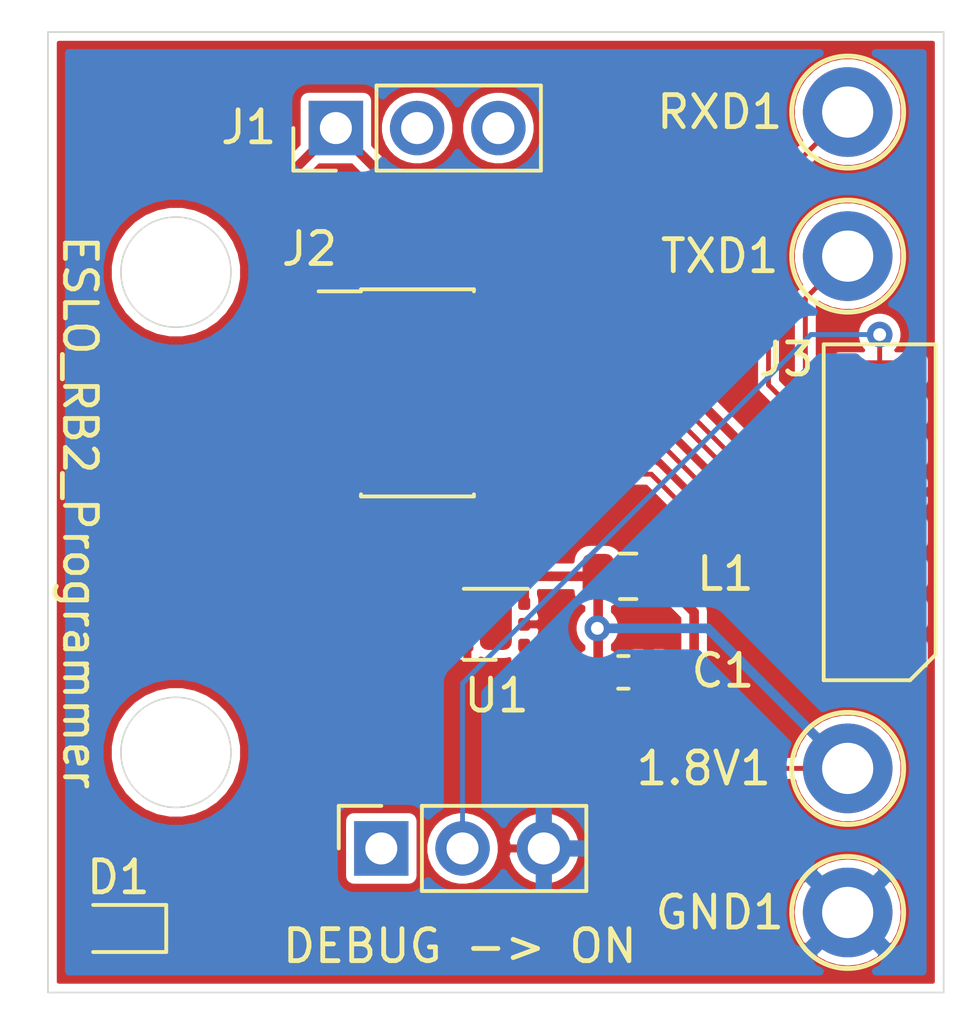
<source format=kicad_pcb>
(kicad_pcb (version 20171130) (host pcbnew "(5.1.5-0-10_14)")

  (general
    (thickness 1.6)
    (drawings 9)
    (tracks 59)
    (zones 0)
    (modules 12)
    (nets 11)
  )

  (page A4)
  (layers
    (0 F.Cu signal)
    (31 B.Cu signal)
    (32 B.Adhes user hide)
    (33 F.Adhes user hide)
    (34 B.Paste user hide)
    (35 F.Paste user hide)
    (36 B.SilkS user hide)
    (37 F.SilkS user)
    (38 B.Mask user hide)
    (39 F.Mask user hide)
    (40 Dwgs.User user hide)
    (41 Cmts.User user hide)
    (42 Eco1.User user hide)
    (43 Eco2.User user hide)
    (44 Edge.Cuts user)
    (45 Margin user hide)
    (46 B.CrtYd user hide)
    (47 F.CrtYd user)
    (48 B.Fab user hide)
    (49 F.Fab user hide)
  )

  (setup
    (last_trace_width 0.3)
    (user_trace_width 0.3)
    (trace_clearance 0.1524)
    (zone_clearance 0.25)
    (zone_45_only no)
    (trace_min 0.1524)
    (via_size 0.8)
    (via_drill 0.4)
    (via_min_size 0.4)
    (via_min_drill 0.3)
    (uvia_size 0.3)
    (uvia_drill 0.1)
    (uvias_allowed no)
    (uvia_min_size 0.2)
    (uvia_min_drill 0.1)
    (edge_width 0.05)
    (segment_width 0.2)
    (pcb_text_width 0.3)
    (pcb_text_size 1.5 1.5)
    (mod_edge_width 0.12)
    (mod_text_size 1 1)
    (mod_text_width 0.15)
    (pad_size 1.524 1.524)
    (pad_drill 0.762)
    (pad_to_mask_clearance 0.051)
    (solder_mask_min_width 0.25)
    (aux_axis_origin 0 0)
    (grid_origin 122 72)
    (visible_elements FFFFFF7F)
    (pcbplotparams
      (layerselection 0x010fc_ffffffff)
      (usegerberextensions false)
      (usegerberattributes false)
      (usegerberadvancedattributes false)
      (creategerberjobfile false)
      (excludeedgelayer true)
      (linewidth 0.100000)
      (plotframeref false)
      (viasonmask false)
      (mode 1)
      (useauxorigin false)
      (hpglpennumber 1)
      (hpglpenspeed 20)
      (hpglpendiameter 15.000000)
      (psnegative false)
      (psa4output false)
      (plotreference true)
      (plotvalue true)
      (plotinvisibletext false)
      (padsonsilk false)
      (subtractmaskfromsilk false)
      (outputformat 1)
      (mirror false)
      (drillshape 0)
      (scaleselection 1)
      (outputdirectory "_export/"))
  )

  (net 0 "")
  (net 1 GND)
  (net 2 +1V8)
  (net 3 +3V3)
  (net 4 _RESET)
  (net 5 JTAG_TMSC)
  (net 6 JTAG_TCKC)
  (net 7 "Net-(J3-Pad8)")
  (net 8 "Net-(J3-Pad7)")
  (net 9 "Net-(J3-Pad6)")
  (net 10 "Net-(L1-Pad1)")

  (net_class Default "This is the default net class."
    (clearance 0.1524)
    (trace_width 0.1524)
    (via_dia 0.8)
    (via_drill 0.4)
    (uvia_dia 0.3)
    (uvia_drill 0.1)
    (add_net +1V8)
    (add_net +3V3)
    (add_net GND)
    (add_net JTAG_TCKC)
    (add_net JTAG_TMSC)
    (add_net "Net-(J1-Pad2)")
    (add_net "Net-(J1-Pad3)")
    (add_net "Net-(J2-Pad6)")
    (add_net "Net-(J2-Pad7)")
    (add_net "Net-(J2-Pad8)")
    (add_net "Net-(J3-Pad6)")
    (add_net "Net-(J3-Pad7)")
    (add_net "Net-(J3-Pad8)")
    (add_net "Net-(L1-Pad1)")
    (add_net "Net-(SW1-Pad1)")
    (add_net _RESET)
  )

  (module TestPoint:TestPoint_Keystone_5010-5014_Multipurpose (layer F.Cu) (tedit 5A0F774F) (tstamp 60B7DA91)
    (at 147 74.5)
    (descr "Keystone Miniature THM Test Point 5010-5014, http://www.keyelco.com/product-pdf.cfm?p=1319")
    (tags "Through Hole Mount Test Points")
    (path /60B8CA5E)
    (fp_text reference RXD1 (at -4 0) (layer F.SilkS)
      (effects (font (size 1 1) (thickness 0.15)))
    )
    (fp_text value TestPoint (at 0 2.75) (layer F.Fab)
      (effects (font (size 1 1) (thickness 0.15)))
    )
    (fp_circle (center 0 0) (end 1.75 0) (layer F.SilkS) (width 0.15))
    (fp_circle (center 0 0) (end 1.6 0) (layer F.Fab) (width 0.15))
    (fp_circle (center 0 0) (end 2 0) (layer F.CrtYd) (width 0.05))
    (fp_line (start -1.25 0.4) (end -1.25 -0.4) (layer F.Fab) (width 0.15))
    (fp_line (start 1.25 0.4) (end -1.25 0.4) (layer F.Fab) (width 0.15))
    (fp_line (start 1.25 -0.4) (end 1.25 0.4) (layer F.Fab) (width 0.15))
    (fp_line (start -1.25 -0.4) (end 1.25 -0.4) (layer F.Fab) (width 0.15))
    (fp_text user %R (at 0 0) (layer F.Fab)
      (effects (font (size 0.6 0.6) (thickness 0.09)))
    )
    (pad 1 thru_hole circle (at 0 0) (size 2.8 2.8) (drill 1.6) (layers *.Cu *.Mask)
      (net 9 "Net-(J3-Pad6)"))
    (model ${KISYS3DMOD}/TestPoint.3dshapes/TestPoint_Keystone_5010-5014_Multipurpose.wrl
      (at (xyz 0 0 0))
      (scale (xyz 1 1 1))
      (rotate (xyz 0 0 0))
    )
  )

  (module TestPoint:TestPoint_Keystone_5010-5014_Multipurpose (layer F.Cu) (tedit 5A0F774F) (tstamp 60B7DA7D)
    (at 147 79)
    (descr "Keystone Miniature THM Test Point 5010-5014, http://www.keyelco.com/product-pdf.cfm?p=1319")
    (tags "Through Hole Mount Test Points")
    (path /60B8F9C0)
    (fp_text reference TXD1 (at -4 0) (layer F.SilkS)
      (effects (font (size 1 1) (thickness 0.15)))
    )
    (fp_text value TestPoint (at 0 2.75) (layer F.Fab)
      (effects (font (size 1 1) (thickness 0.15)))
    )
    (fp_circle (center 0 0) (end 1.75 0) (layer F.SilkS) (width 0.15))
    (fp_circle (center 0 0) (end 1.6 0) (layer F.Fab) (width 0.15))
    (fp_circle (center 0 0) (end 2 0) (layer F.CrtYd) (width 0.05))
    (fp_line (start -1.25 0.4) (end -1.25 -0.4) (layer F.Fab) (width 0.15))
    (fp_line (start 1.25 0.4) (end -1.25 0.4) (layer F.Fab) (width 0.15))
    (fp_line (start 1.25 -0.4) (end 1.25 0.4) (layer F.Fab) (width 0.15))
    (fp_line (start -1.25 -0.4) (end 1.25 -0.4) (layer F.Fab) (width 0.15))
    (fp_text user %R (at 0 0) (layer F.Fab)
      (effects (font (size 0.6 0.6) (thickness 0.09)))
    )
    (pad 1 thru_hole circle (at 0 0) (size 2.8 2.8) (drill 1.6) (layers *.Cu *.Mask)
      (net 8 "Net-(J3-Pad7)"))
    (model ${KISYS3DMOD}/TestPoint.3dshapes/TestPoint_Keystone_5010-5014_Multipurpose.wrl
      (at (xyz 0 0 0))
      (scale (xyz 1 1 1))
      (rotate (xyz 0 0 0))
    )
  )

  (module TestPoint:TestPoint_Keystone_5010-5014_Multipurpose (layer F.Cu) (tedit 5A0F774F) (tstamp 60B7DA69)
    (at 147 95)
    (descr "Keystone Miniature THM Test Point 5010-5014, http://www.keyelco.com/product-pdf.cfm?p=1319")
    (tags "Through Hole Mount Test Points")
    (path /60B8B281)
    (fp_text reference 1.8V1 (at -4.5 0) (layer F.SilkS)
      (effects (font (size 1 1) (thickness 0.15)))
    )
    (fp_text value TestPoint (at 0 2.75) (layer F.Fab)
      (effects (font (size 1 1) (thickness 0.15)))
    )
    (fp_circle (center 0 0) (end 1.75 0) (layer F.SilkS) (width 0.15))
    (fp_circle (center 0 0) (end 1.6 0) (layer F.Fab) (width 0.15))
    (fp_circle (center 0 0) (end 2 0) (layer F.CrtYd) (width 0.05))
    (fp_line (start -1.25 0.4) (end -1.25 -0.4) (layer F.Fab) (width 0.15))
    (fp_line (start 1.25 0.4) (end -1.25 0.4) (layer F.Fab) (width 0.15))
    (fp_line (start 1.25 -0.4) (end 1.25 0.4) (layer F.Fab) (width 0.15))
    (fp_line (start -1.25 -0.4) (end 1.25 -0.4) (layer F.Fab) (width 0.15))
    (fp_text user %R (at 0 0) (layer F.Fab)
      (effects (font (size 0.6 0.6) (thickness 0.09)))
    )
    (pad 1 thru_hole circle (at 0 0) (size 2.8 2.8) (drill 1.6) (layers *.Cu *.Mask)
      (net 2 +1V8))
    (model ${KISYS3DMOD}/TestPoint.3dshapes/TestPoint_Keystone_5010-5014_Multipurpose.wrl
      (at (xyz 0 0 0))
      (scale (xyz 1 1 1))
      (rotate (xyz 0 0 0))
    )
  )

  (module TestPoint:TestPoint_Keystone_5010-5014_Multipurpose (layer F.Cu) (tedit 5A0F774F) (tstamp 60B7DA55)
    (at 147 99.5)
    (descr "Keystone Miniature THM Test Point 5010-5014, http://www.keyelco.com/product-pdf.cfm?p=1319")
    (tags "Through Hole Mount Test Points")
    (path /60B8BE85)
    (fp_text reference GND1 (at -4 0) (layer F.SilkS)
      (effects (font (size 1 1) (thickness 0.15)))
    )
    (fp_text value TestPoint (at 0 2.75) (layer F.Fab)
      (effects (font (size 1 1) (thickness 0.15)))
    )
    (fp_circle (center 0 0) (end 1.75 0) (layer F.SilkS) (width 0.15))
    (fp_circle (center 0 0) (end 1.6 0) (layer F.Fab) (width 0.15))
    (fp_circle (center 0 0) (end 2 0) (layer F.CrtYd) (width 0.05))
    (fp_line (start -1.25 0.4) (end -1.25 -0.4) (layer F.Fab) (width 0.15))
    (fp_line (start 1.25 0.4) (end -1.25 0.4) (layer F.Fab) (width 0.15))
    (fp_line (start 1.25 -0.4) (end 1.25 0.4) (layer F.Fab) (width 0.15))
    (fp_line (start -1.25 -0.4) (end 1.25 -0.4) (layer F.Fab) (width 0.15))
    (fp_text user %R (at 0 0) (layer F.Fab)
      (effects (font (size 0.6 0.6) (thickness 0.09)))
    )
    (pad 1 thru_hole circle (at 0 0) (size 2.8 2.8) (drill 1.6) (layers *.Cu *.Mask)
      (net 1 GND))
    (model ${KISYS3DMOD}/TestPoint.3dshapes/TestPoint_Keystone_5010-5014_Multipurpose.wrl
      (at (xyz 0 0 0))
      (scale (xyz 1 1 1))
      (rotate (xyz 0 0 0))
    )
  )

  (module Package_SON:WSON-6-1EP_2x2mm_P0.65mm_EP1x1.6mm (layer F.Cu) (tedit 5C31F72E) (tstamp 60B7CC43)
    (at 136 90.5 180)
    (descr "WSON, 6 Pin (http://www.ti.com/lit/ds/symlink/tps61040.pdf#page=35), generated with kicad-footprint-generator ipc_noLead_generator.py")
    (tags "WSON NoLead")
    (path /60B7A843)
    (attr smd)
    (fp_text reference U1 (at -0.025 -2.225) (layer F.SilkS)
      (effects (font (size 1 1) (thickness 0.15)))
    )
    (fp_text value TPS62243_WSON (at 0 1.95) (layer F.Fab)
      (effects (font (size 1 1) (thickness 0.15)))
    )
    (fp_text user %R (at 0 0) (layer F.Fab)
      (effects (font (size 0.5 0.5) (thickness 0.08)))
    )
    (fp_line (start 1.32 -1.25) (end -1.32 -1.25) (layer F.CrtYd) (width 0.05))
    (fp_line (start 1.32 1.25) (end 1.32 -1.25) (layer F.CrtYd) (width 0.05))
    (fp_line (start -1.32 1.25) (end 1.32 1.25) (layer F.CrtYd) (width 0.05))
    (fp_line (start -1.32 -1.25) (end -1.32 1.25) (layer F.CrtYd) (width 0.05))
    (fp_line (start -1 -0.5) (end -0.5 -1) (layer F.Fab) (width 0.1))
    (fp_line (start -1 1) (end -1 -0.5) (layer F.Fab) (width 0.1))
    (fp_line (start 1 1) (end -1 1) (layer F.Fab) (width 0.1))
    (fp_line (start 1 -1) (end 1 1) (layer F.Fab) (width 0.1))
    (fp_line (start -0.5 -1) (end 1 -1) (layer F.Fab) (width 0.1))
    (fp_line (start -1 1.11) (end 1 1.11) (layer F.SilkS) (width 0.12))
    (fp_line (start 0 -1.11) (end 1 -1.11) (layer F.SilkS) (width 0.12))
    (pad 6 smd roundrect (at 0.8875 -0.65 180) (size 0.375 0.4) (layers F.Cu F.Paste F.Mask) (roundrect_rratio 0.25)
      (net 1 GND))
    (pad 5 smd roundrect (at 0.8875 0 180) (size 0.375 0.4) (layers F.Cu F.Paste F.Mask) (roundrect_rratio 0.25)
      (net 3 +3V3))
    (pad 4 smd roundrect (at 0.8875 0.65 180) (size 0.375 0.4) (layers F.Cu F.Paste F.Mask) (roundrect_rratio 0.25)
      (net 3 +3V3))
    (pad 3 smd roundrect (at -0.8875 0.65 180) (size 0.375 0.4) (layers F.Cu F.Paste F.Mask) (roundrect_rratio 0.25)
      (net 2 +1V8))
    (pad 2 smd roundrect (at -0.8875 0 180) (size 0.375 0.4) (layers F.Cu F.Paste F.Mask) (roundrect_rratio 0.25)
      (net 1 GND))
    (pad 1 smd roundrect (at -0.8875 -0.65 180) (size 0.375 0.4) (layers F.Cu F.Paste F.Mask) (roundrect_rratio 0.25)
      (net 10 "Net-(L1-Pad1)"))
    (pad "" smd roundrect (at 0 0.4 180) (size 0.81 0.64) (layers F.Paste) (roundrect_rratio 0.25))
    (pad "" smd roundrect (at 0 -0.4 180) (size 0.81 0.64) (layers F.Paste) (roundrect_rratio 0.25))
    (pad 7 smd roundrect (at 0 0 180) (size 1 1.6) (layers F.Cu F.Mask) (roundrect_rratio 0.25))
    (model ${KISYS3DMOD}/Package_SON.3dshapes/WSON-6-1EP_2x2mm_P0.65mm_EP1x1.6mm.wrl
      (at (xyz 0 0 0))
      (scale (xyz 1 1 1))
      (rotate (xyz 0 0 0))
    )
  )

  (module Connector_PinSocket_2.54mm:PinSocket_1x03_P2.54mm_Vertical (layer F.Cu) (tedit 5A19A429) (tstamp 60B7CC2A)
    (at 132.42 97.5 90)
    (descr "Through hole straight socket strip, 1x03, 2.54mm pitch, single row (from Kicad 4.0.7), script generated")
    (tags "Through hole socket strip THT 1x03 2.54mm single row")
    (path /60C1B5A3)
    (fp_text reference SW1 (at 3 5.5 180) (layer F.SilkS) hide
      (effects (font (size 1 1) (thickness 0.15)))
    )
    (fp_text value SW_SPDT (at 0 7.85 90) (layer F.Fab)
      (effects (font (size 1 1) (thickness 0.15)))
    )
    (fp_text user %R (at 0 2.54) (layer F.Fab)
      (effects (font (size 1 1) (thickness 0.15)))
    )
    (fp_line (start -1.8 6.85) (end -1.8 -1.8) (layer F.CrtYd) (width 0.05))
    (fp_line (start 1.75 6.85) (end -1.8 6.85) (layer F.CrtYd) (width 0.05))
    (fp_line (start 1.75 -1.8) (end 1.75 6.85) (layer F.CrtYd) (width 0.05))
    (fp_line (start -1.8 -1.8) (end 1.75 -1.8) (layer F.CrtYd) (width 0.05))
    (fp_line (start 0 -1.33) (end 1.33 -1.33) (layer F.SilkS) (width 0.12))
    (fp_line (start 1.33 -1.33) (end 1.33 0) (layer F.SilkS) (width 0.12))
    (fp_line (start 1.33 1.27) (end 1.33 6.41) (layer F.SilkS) (width 0.12))
    (fp_line (start -1.33 6.41) (end 1.33 6.41) (layer F.SilkS) (width 0.12))
    (fp_line (start -1.33 1.27) (end -1.33 6.41) (layer F.SilkS) (width 0.12))
    (fp_line (start -1.33 1.27) (end 1.33 1.27) (layer F.SilkS) (width 0.12))
    (fp_line (start -1.27 6.35) (end -1.27 -1.27) (layer F.Fab) (width 0.1))
    (fp_line (start 1.27 6.35) (end -1.27 6.35) (layer F.Fab) (width 0.1))
    (fp_line (start 1.27 -0.635) (end 1.27 6.35) (layer F.Fab) (width 0.1))
    (fp_line (start 0.635 -1.27) (end 1.27 -0.635) (layer F.Fab) (width 0.1))
    (fp_line (start -1.27 -1.27) (end 0.635 -1.27) (layer F.Fab) (width 0.1))
    (pad 3 thru_hole oval (at 0 5.08 90) (size 1.7 1.7) (drill 1) (layers *.Cu *.Mask)
      (net 1 GND))
    (pad 2 thru_hole oval (at 0 2.54 90) (size 1.7 1.7) (drill 1) (layers *.Cu *.Mask)
      (net 7 "Net-(J3-Pad8)"))
    (pad 1 thru_hole rect (at 0 0 90) (size 1.7 1.7) (drill 1) (layers *.Cu *.Mask))
    (model ${KISYS3DMOD}/Connector_PinSocket_2.54mm.3dshapes/PinSocket_1x03_P2.54mm_Vertical.wrl
      (at (xyz 0 0 0))
      (scale (xyz 1 1 1))
      (rotate (xyz 0 0 0))
    )
  )

  (module Resistor_SMD:R_0805_2012Metric (layer F.Cu) (tedit 5B36C52B) (tstamp 60B7CC13)
    (at 140.1375 89 180)
    (descr "Resistor SMD 0805 (2012 Metric), square (rectangular) end terminal, IPC_7351 nominal, (Body size source: https://docs.google.com/spreadsheets/d/1BsfQQcO9C6DZCsRaXUlFlo91Tg2WpOkGARC1WS5S8t0/edit?usp=sharing), generated with kicad-footprint-generator")
    (tags resistor)
    (path /60B7E56B)
    (attr smd)
    (fp_text reference L1 (at -3.0375 0.075) (layer F.SilkS)
      (effects (font (size 1 1) (thickness 0.15)))
    )
    (fp_text value 2.2uH (at 0 1.65) (layer F.Fab)
      (effects (font (size 1 1) (thickness 0.15)))
    )
    (fp_text user %R (at 0 0) (layer F.Fab)
      (effects (font (size 0.5 0.5) (thickness 0.08)))
    )
    (fp_line (start 1.68 0.95) (end -1.68 0.95) (layer F.CrtYd) (width 0.05))
    (fp_line (start 1.68 -0.95) (end 1.68 0.95) (layer F.CrtYd) (width 0.05))
    (fp_line (start -1.68 -0.95) (end 1.68 -0.95) (layer F.CrtYd) (width 0.05))
    (fp_line (start -1.68 0.95) (end -1.68 -0.95) (layer F.CrtYd) (width 0.05))
    (fp_line (start -0.258578 0.71) (end 0.258578 0.71) (layer F.SilkS) (width 0.12))
    (fp_line (start -0.258578 -0.71) (end 0.258578 -0.71) (layer F.SilkS) (width 0.12))
    (fp_line (start 1 0.6) (end -1 0.6) (layer F.Fab) (width 0.1))
    (fp_line (start 1 -0.6) (end 1 0.6) (layer F.Fab) (width 0.1))
    (fp_line (start -1 -0.6) (end 1 -0.6) (layer F.Fab) (width 0.1))
    (fp_line (start -1 0.6) (end -1 -0.6) (layer F.Fab) (width 0.1))
    (pad 2 smd roundrect (at 0.9375 0 180) (size 0.975 1.4) (layers F.Cu F.Paste F.Mask) (roundrect_rratio 0.25)
      (net 2 +1V8))
    (pad 1 smd roundrect (at -0.9375 0 180) (size 0.975 1.4) (layers F.Cu F.Paste F.Mask) (roundrect_rratio 0.25)
      (net 10 "Net-(L1-Pad1)"))
    (model ${KISYS3DMOD}/Resistor_SMD.3dshapes/R_0805_2012Metric.wrl
      (at (xyz 0 0 0))
      (scale (xyz 1 1 1))
      (rotate (xyz 0 0 0))
    )
  )

  (module "ESLO Parts:8pin_1-27pitch_SMD" (layer F.Cu) (tedit 0) (tstamp 60B7CC02)
    (at 148 87 90)
    (path /60C11341)
    (attr smd)
    (fp_text reference J3 (at 4.775 -2.925 180) (layer F.SilkS)
      (effects (font (size 1 1) (thickness 0.15)))
    )
    (fp_text value Conn_01x08_Female (at 0 -2.75 90) (layer F.Fab)
      (effects (font (size 1 1) (thickness 0.15)))
    )
    (fp_line (start -5 1.5) (end -5 -1.5) (layer F.CrtYd) (width 0.05))
    (fp_line (start 5 1.5) (end -5 1.5) (layer F.CrtYd) (width 0.05))
    (fp_line (start 5 -1.5) (end 5 1.5) (layer F.CrtYd) (width 0.05))
    (fp_line (start -5 -1.5) (end 5 -1.5) (layer F.CrtYd) (width 0.05))
    (fp_line (start 5.245 1.75) (end -4.445 1.75) (layer F.SilkS) (width 0.12))
    (fp_line (start 5.245 -1.75) (end 5.245 1.75) (layer F.SilkS) (width 0.12))
    (fp_line (start -5.245 -1.75) (end 5.245 -1.75) (layer F.SilkS) (width 0.12))
    (fp_line (start -5.245 0.95) (end -5.245 -1.75) (layer F.SilkS) (width 0.12))
    (fp_line (start -4.445 1.75) (end -5.245 0.95) (layer F.SilkS) (width 0.12))
    (pad 8 smd rect (at 4.445 0 90) (size 0.6 2.5) (layers F.Cu F.Paste F.Mask)
      (net 7 "Net-(J3-Pad8)"))
    (pad 7 smd rect (at 3.175 0 90) (size 0.6 2.5) (layers F.Cu F.Paste F.Mask)
      (net 8 "Net-(J3-Pad7)"))
    (pad 6 smd rect (at 1.905 0 90) (size 0.6 2.5) (layers F.Cu F.Paste F.Mask)
      (net 9 "Net-(J3-Pad6)"))
    (pad 5 smd rect (at 0.635 0 90) (size 0.6 2.5) (layers F.Cu F.Paste F.Mask)
      (net 1 GND))
    (pad 4 smd rect (at -0.635 0 90) (size 0.6 2.5) (layers F.Cu F.Paste F.Mask)
      (net 3 +3V3))
    (pad 3 smd rect (at -1.905 0 90) (size 0.6 2.5) (layers F.Cu F.Paste F.Mask)
      (net 6 JTAG_TCKC))
    (pad 2 smd rect (at -3.175 0 90) (size 0.6 2.5) (layers F.Cu F.Paste F.Mask)
      (net 5 JTAG_TMSC))
    (pad 1 smd rect (at -4.445 0 90) (size 0.6 2.5) (layers F.Cu F.Paste F.Mask)
      (net 4 _RESET))
  )

  (module Diode_SMD:D_0603_1608Metric (layer F.Cu) (tedit 5B301BBE) (tstamp 60B7CB49)
    (at 124.2125 100 180)
    (descr "Diode SMD 0603 (1608 Metric), square (rectangular) end terminal, IPC_7351 nominal, (Body size source: http://www.tortai-tech.com/upload/download/2011102023233369053.pdf), generated with kicad-footprint-generator")
    (tags diode)
    (path /60B808BD)
    (attr smd)
    (fp_text reference D1 (at 0.0125 1.6) (layer F.SilkS)
      (effects (font (size 1 1) (thickness 0.15)))
    )
    (fp_text value LED (at 0 1.43) (layer F.Fab)
      (effects (font (size 1 1) (thickness 0.15)))
    )
    (fp_text user %R (at 0 0) (layer F.Fab)
      (effects (font (size 0.4 0.4) (thickness 0.06)))
    )
    (fp_line (start 1.48 0.73) (end -1.48 0.73) (layer F.CrtYd) (width 0.05))
    (fp_line (start 1.48 -0.73) (end 1.48 0.73) (layer F.CrtYd) (width 0.05))
    (fp_line (start -1.48 -0.73) (end 1.48 -0.73) (layer F.CrtYd) (width 0.05))
    (fp_line (start -1.48 0.73) (end -1.48 -0.73) (layer F.CrtYd) (width 0.05))
    (fp_line (start -1.485 0.735) (end 0.8 0.735) (layer F.SilkS) (width 0.12))
    (fp_line (start -1.485 -0.735) (end -1.485 0.735) (layer F.SilkS) (width 0.12))
    (fp_line (start 0.8 -0.735) (end -1.485 -0.735) (layer F.SilkS) (width 0.12))
    (fp_line (start 0.8 0.4) (end 0.8 -0.4) (layer F.Fab) (width 0.1))
    (fp_line (start -0.8 0.4) (end 0.8 0.4) (layer F.Fab) (width 0.1))
    (fp_line (start -0.8 -0.1) (end -0.8 0.4) (layer F.Fab) (width 0.1))
    (fp_line (start -0.5 -0.4) (end -0.8 -0.1) (layer F.Fab) (width 0.1))
    (fp_line (start 0.8 -0.4) (end -0.5 -0.4) (layer F.Fab) (width 0.1))
    (pad 2 smd roundrect (at 0.7875 0 180) (size 0.875 0.95) (layers F.Cu F.Paste F.Mask) (roundrect_rratio 0.25)
      (net 1 GND))
    (pad 1 smd roundrect (at -0.7875 0 180) (size 0.875 0.95) (layers F.Cu F.Paste F.Mask) (roundrect_rratio 0.25)
      (net 2 +1V8))
    (model ${KISYS3DMOD}/Diode_SMD.3dshapes/D_0603_1608Metric.wrl
      (at (xyz 0 0 0))
      (scale (xyz 1 1 1))
      (rotate (xyz 0 0 0))
    )
  )

  (module Capacitor_SMD:C_0603_1608Metric (layer F.Cu) (tedit 5B301BBE) (tstamp 60B7CB36)
    (at 139.9875 92)
    (descr "Capacitor SMD 0603 (1608 Metric), square (rectangular) end terminal, IPC_7351 nominal, (Body size source: http://www.tortai-tech.com/upload/download/2011102023233369053.pdf), generated with kicad-footprint-generator")
    (tags capacitor)
    (path /60B7F3CC)
    (attr smd)
    (fp_text reference C1 (at 3.1125 -0.05) (layer F.SilkS)
      (effects (font (size 1 1) (thickness 0.15)))
    )
    (fp_text value 10uF (at 0 1.43) (layer F.Fab)
      (effects (font (size 1 1) (thickness 0.15)))
    )
    (fp_text user %R (at 0 0) (layer F.Fab)
      (effects (font (size 0.4 0.4) (thickness 0.06)))
    )
    (fp_line (start 1.48 0.73) (end -1.48 0.73) (layer F.CrtYd) (width 0.05))
    (fp_line (start 1.48 -0.73) (end 1.48 0.73) (layer F.CrtYd) (width 0.05))
    (fp_line (start -1.48 -0.73) (end 1.48 -0.73) (layer F.CrtYd) (width 0.05))
    (fp_line (start -1.48 0.73) (end -1.48 -0.73) (layer F.CrtYd) (width 0.05))
    (fp_line (start -0.162779 0.51) (end 0.162779 0.51) (layer F.SilkS) (width 0.12))
    (fp_line (start -0.162779 -0.51) (end 0.162779 -0.51) (layer F.SilkS) (width 0.12))
    (fp_line (start 0.8 0.4) (end -0.8 0.4) (layer F.Fab) (width 0.1))
    (fp_line (start 0.8 -0.4) (end 0.8 0.4) (layer F.Fab) (width 0.1))
    (fp_line (start -0.8 -0.4) (end 0.8 -0.4) (layer F.Fab) (width 0.1))
    (fp_line (start -0.8 0.4) (end -0.8 -0.4) (layer F.Fab) (width 0.1))
    (pad 2 smd roundrect (at 0.7875 0) (size 0.875 0.95) (layers F.Cu F.Paste F.Mask) (roundrect_rratio 0.25)
      (net 1 GND))
    (pad 1 smd roundrect (at -0.7875 0) (size 0.875 0.95) (layers F.Cu F.Paste F.Mask) (roundrect_rratio 0.25)
      (net 2 +1V8))
    (model ${KISYS3DMOD}/Capacitor_SMD.3dshapes/C_0603_1608Metric.wrl
      (at (xyz 0 0 0))
      (scale (xyz 1 1 1))
      (rotate (xyz 0 0 0))
    )
  )

  (module Connector_PinHeader_2.54mm:PinHeader_1x03_P2.54mm_Vertical (layer F.Cu) (tedit 59FED5CC) (tstamp 5F7391B8)
    (at 131 75 90)
    (descr "Through hole straight pin header, 1x03, 2.54mm pitch, single row")
    (tags "Through hole pin header THT 1x03 2.54mm single row")
    (path /5F7372D7)
    (fp_text reference J1 (at 0.025 -2.725 180) (layer F.SilkS)
      (effects (font (size 1 1) (thickness 0.15)))
    )
    (fp_text value LP-P10 (at 0 7.41 90) (layer F.Fab)
      (effects (font (size 1 1) (thickness 0.15)))
    )
    (fp_text user %R (at 0 2.54) (layer F.Fab)
      (effects (font (size 1 1) (thickness 0.15)))
    )
    (fp_line (start 1.8 -1.8) (end -1.8 -1.8) (layer F.CrtYd) (width 0.05))
    (fp_line (start 1.8 6.85) (end 1.8 -1.8) (layer F.CrtYd) (width 0.05))
    (fp_line (start -1.8 6.85) (end 1.8 6.85) (layer F.CrtYd) (width 0.05))
    (fp_line (start -1.8 -1.8) (end -1.8 6.85) (layer F.CrtYd) (width 0.05))
    (fp_line (start -1.33 -1.33) (end 0 -1.33) (layer F.SilkS) (width 0.12))
    (fp_line (start -1.33 0) (end -1.33 -1.33) (layer F.SilkS) (width 0.12))
    (fp_line (start -1.33 1.27) (end 1.33 1.27) (layer F.SilkS) (width 0.12))
    (fp_line (start 1.33 1.27) (end 1.33 6.41) (layer F.SilkS) (width 0.12))
    (fp_line (start -1.33 1.27) (end -1.33 6.41) (layer F.SilkS) (width 0.12))
    (fp_line (start -1.33 6.41) (end 1.33 6.41) (layer F.SilkS) (width 0.12))
    (fp_line (start -1.27 -0.635) (end -0.635 -1.27) (layer F.Fab) (width 0.1))
    (fp_line (start -1.27 6.35) (end -1.27 -0.635) (layer F.Fab) (width 0.1))
    (fp_line (start 1.27 6.35) (end -1.27 6.35) (layer F.Fab) (width 0.1))
    (fp_line (start 1.27 -1.27) (end 1.27 6.35) (layer F.Fab) (width 0.1))
    (fp_line (start -0.635 -1.27) (end 1.27 -1.27) (layer F.Fab) (width 0.1))
    (pad 3 thru_hole oval (at 0 5.08 90) (size 1.7 1.7) (drill 1) (layers *.Cu *.Mask))
    (pad 2 thru_hole oval (at 0 2.54 90) (size 1.7 1.7) (drill 1) (layers *.Cu *.Mask))
    (pad 1 thru_hole rect (at 0 0 90) (size 1.7 1.7) (drill 1) (layers *.Cu *.Mask)
      (net 3 +3V3))
    (model ${KISYS3DMOD}/Connector_PinHeader_2.54mm.3dshapes/PinHeader_1x03_P2.54mm_Vertical.wrl
      (at (xyz 0 0 0))
      (scale (xyz 1 1 1))
      (rotate (xyz 0 0 0))
    )
  )

  (module Connector_PinHeader_1.27mm:PinHeader_2x05_P1.27mm_Vertical_SMD (layer F.Cu) (tedit 59FED6E3) (tstamp 5F7391F5)
    (at 133.55 83.27)
    (descr "surface-mounted straight pin header, 2x05, 1.27mm pitch, double rows")
    (tags "Surface mounted pin header SMD 2x05 1.27mm double row")
    (path /5F73AB97)
    (attr smd)
    (fp_text reference J2 (at -3.375 -4.495) (layer F.SilkS)
      (effects (font (size 1 1) (thickness 0.15)))
    )
    (fp_text value LP-P7 (at 0 4.235) (layer F.Fab)
      (effects (font (size 1 1) (thickness 0.15)))
    )
    (fp_text user %R (at 0 0 90) (layer F.Fab)
      (effects (font (size 1 1) (thickness 0.15)))
    )
    (fp_line (start 4.3 -3.7) (end -4.3 -3.7) (layer F.CrtYd) (width 0.05))
    (fp_line (start 4.3 3.7) (end 4.3 -3.7) (layer F.CrtYd) (width 0.05))
    (fp_line (start -4.3 3.7) (end 4.3 3.7) (layer F.CrtYd) (width 0.05))
    (fp_line (start -4.3 -3.7) (end -4.3 3.7) (layer F.CrtYd) (width 0.05))
    (fp_line (start 1.765 3.17) (end 1.765 3.235) (layer F.SilkS) (width 0.12))
    (fp_line (start -1.765 3.17) (end -1.765 3.235) (layer F.SilkS) (width 0.12))
    (fp_line (start 1.765 -3.235) (end 1.765 -3.17) (layer F.SilkS) (width 0.12))
    (fp_line (start -1.765 -3.235) (end -1.765 -3.17) (layer F.SilkS) (width 0.12))
    (fp_line (start -3.09 -3.17) (end -1.765 -3.17) (layer F.SilkS) (width 0.12))
    (fp_line (start -1.765 3.235) (end 1.765 3.235) (layer F.SilkS) (width 0.12))
    (fp_line (start -1.765 -3.235) (end 1.765 -3.235) (layer F.SilkS) (width 0.12))
    (fp_line (start 2.75 2.74) (end 1.705 2.74) (layer F.Fab) (width 0.1))
    (fp_line (start 2.75 2.34) (end 2.75 2.74) (layer F.Fab) (width 0.1))
    (fp_line (start 1.705 2.34) (end 2.75 2.34) (layer F.Fab) (width 0.1))
    (fp_line (start -2.75 2.74) (end -1.705 2.74) (layer F.Fab) (width 0.1))
    (fp_line (start -2.75 2.34) (end -2.75 2.74) (layer F.Fab) (width 0.1))
    (fp_line (start -1.705 2.34) (end -2.75 2.34) (layer F.Fab) (width 0.1))
    (fp_line (start 2.75 1.47) (end 1.705 1.47) (layer F.Fab) (width 0.1))
    (fp_line (start 2.75 1.07) (end 2.75 1.47) (layer F.Fab) (width 0.1))
    (fp_line (start 1.705 1.07) (end 2.75 1.07) (layer F.Fab) (width 0.1))
    (fp_line (start -2.75 1.47) (end -1.705 1.47) (layer F.Fab) (width 0.1))
    (fp_line (start -2.75 1.07) (end -2.75 1.47) (layer F.Fab) (width 0.1))
    (fp_line (start -1.705 1.07) (end -2.75 1.07) (layer F.Fab) (width 0.1))
    (fp_line (start 2.75 0.2) (end 1.705 0.2) (layer F.Fab) (width 0.1))
    (fp_line (start 2.75 -0.2) (end 2.75 0.2) (layer F.Fab) (width 0.1))
    (fp_line (start 1.705 -0.2) (end 2.75 -0.2) (layer F.Fab) (width 0.1))
    (fp_line (start -2.75 0.2) (end -1.705 0.2) (layer F.Fab) (width 0.1))
    (fp_line (start -2.75 -0.2) (end -2.75 0.2) (layer F.Fab) (width 0.1))
    (fp_line (start -1.705 -0.2) (end -2.75 -0.2) (layer F.Fab) (width 0.1))
    (fp_line (start 2.75 -1.07) (end 1.705 -1.07) (layer F.Fab) (width 0.1))
    (fp_line (start 2.75 -1.47) (end 2.75 -1.07) (layer F.Fab) (width 0.1))
    (fp_line (start 1.705 -1.47) (end 2.75 -1.47) (layer F.Fab) (width 0.1))
    (fp_line (start -2.75 -1.07) (end -1.705 -1.07) (layer F.Fab) (width 0.1))
    (fp_line (start -2.75 -1.47) (end -2.75 -1.07) (layer F.Fab) (width 0.1))
    (fp_line (start -1.705 -1.47) (end -2.75 -1.47) (layer F.Fab) (width 0.1))
    (fp_line (start 2.75 -2.34) (end 1.705 -2.34) (layer F.Fab) (width 0.1))
    (fp_line (start 2.75 -2.74) (end 2.75 -2.34) (layer F.Fab) (width 0.1))
    (fp_line (start 1.705 -2.74) (end 2.75 -2.74) (layer F.Fab) (width 0.1))
    (fp_line (start -2.75 -2.34) (end -1.705 -2.34) (layer F.Fab) (width 0.1))
    (fp_line (start -2.75 -2.74) (end -2.75 -2.34) (layer F.Fab) (width 0.1))
    (fp_line (start -1.705 -2.74) (end -2.75 -2.74) (layer F.Fab) (width 0.1))
    (fp_line (start 1.705 -3.175) (end 1.705 3.175) (layer F.Fab) (width 0.1))
    (fp_line (start -1.705 -2.74) (end -1.27 -3.175) (layer F.Fab) (width 0.1))
    (fp_line (start -1.705 3.175) (end -1.705 -2.74) (layer F.Fab) (width 0.1))
    (fp_line (start -1.27 -3.175) (end 1.705 -3.175) (layer F.Fab) (width 0.1))
    (fp_line (start 1.705 3.175) (end -1.705 3.175) (layer F.Fab) (width 0.1))
    (pad 10 smd rect (at 1.95 2.54) (size 2.4 0.74) (layers F.Cu F.Paste F.Mask)
      (net 4 _RESET))
    (pad 9 smd rect (at -1.95 2.54) (size 2.4 0.74) (layers F.Cu F.Paste F.Mask)
      (net 1 GND))
    (pad 8 smd rect (at 1.95 1.27) (size 2.4 0.74) (layers F.Cu F.Paste F.Mask))
    (pad 7 smd rect (at -1.95 1.27) (size 2.4 0.74) (layers F.Cu F.Paste F.Mask))
    (pad 6 smd rect (at 1.95 0) (size 2.4 0.74) (layers F.Cu F.Paste F.Mask))
    (pad 5 smd rect (at -1.95 0) (size 2.4 0.74) (layers F.Cu F.Paste F.Mask)
      (net 1 GND))
    (pad 4 smd rect (at 1.95 -1.27) (size 2.4 0.74) (layers F.Cu F.Paste F.Mask)
      (net 6 JTAG_TCKC))
    (pad 3 smd rect (at -1.95 -1.27) (size 2.4 0.74) (layers F.Cu F.Paste F.Mask)
      (net 1 GND))
    (pad 2 smd rect (at 1.95 -2.54) (size 2.4 0.74) (layers F.Cu F.Paste F.Mask)
      (net 5 JTAG_TMSC))
    (pad 1 smd rect (at -1.95 -2.54) (size 2.4 0.74) (layers F.Cu F.Paste F.Mask)
      (net 2 +1V8))
    (model ${KISYS3DMOD}/Connector_PinHeader_1.27mm.3dshapes/PinHeader_2x05_P1.27mm_Vertical_SMD.wrl
      (at (xyz 0 0 0))
      (scale (xyz 1 1 1))
      (rotate (xyz 0 0 0))
    )
  )

  (gr_text "DEBUG -> ON" (at 134.875 100.55) (layer F.SilkS) (tstamp 60B7EF1F)
    (effects (font (size 1 1) (thickness 0.15)))
  )
  (gr_line (start 124 87) (end 158 87) (layer Dwgs.User) (width 0.15))
  (gr_text ESLO_RB2_Programmer (at 123 87 270) (layer F.SilkS)
    (effects (font (size 1 1) (thickness 0.15)))
  )
  (gr_circle (center 126 94.5) (end 127.72 94.5) (layer Edge.Cuts) (width 0.05) (tstamp 5F739DB9))
  (gr_circle (center 126 79.5) (end 127.72 79.5) (layer Edge.Cuts) (width 0.05))
  (gr_line (start 150 72) (end 122 72) (layer Edge.Cuts) (width 0.05) (tstamp 5F739D80))
  (gr_line (start 150 102) (end 150 72) (layer Edge.Cuts) (width 0.05))
  (gr_line (start 122 102) (end 150 102) (layer Edge.Cuts) (width 0.05))
  (gr_line (start 122 72) (end 122 102) (layer Edge.Cuts) (width 0.05))

  (via (at 148 81.45) (size 0.8) (drill 0.4) (layers F.Cu B.Cu) (net 7))
  (segment (start 137.7375 89) (end 139.2 89) (width 0.3) (layer F.Cu) (net 2))
  (segment (start 139.2 89) (end 139.2 92) (width 0.3) (layer F.Cu) (net 2))
  (segment (start 136.8875 89.0125) (end 136.9 89) (width 0.3) (layer F.Cu) (net 2))
  (segment (start 136.8875 89.85) (end 136.8875 89.0125) (width 0.3) (layer F.Cu) (net 2))
  (segment (start 137.7375 89) (end 136.9 89) (width 0.3) (layer F.Cu) (net 2))
  (segment (start 139.2 92) (end 139.2 92) (width 0.3) (layer F.Cu) (net 2) (tstamp 60B7EA88))
  (via (at 139.175 90.625) (size 0.8) (drill 0.4) (layers F.Cu B.Cu) (net 2))
  (segment (start 142.625 90.625) (end 147 95) (width 0.3) (layer B.Cu) (net 2))
  (segment (start 139.175 90.625) (end 142.625 90.625) (width 0.3) (layer B.Cu) (net 2))
  (segment (start 130.1 80.73) (end 131.6 80.73) (width 0.3) (layer F.Cu) (net 2))
  (segment (start 129.3 81.53) (end 130.1 80.73) (width 0.3) (layer F.Cu) (net 2))
  (segment (start 129.3 87.175) (end 129.3 81.53) (width 0.3) (layer F.Cu) (net 2))
  (segment (start 136.9 89) (end 131.125 89) (width 0.3) (layer F.Cu) (net 2))
  (segment (start 131.125 89) (end 129.3 87.175) (width 0.3) (layer F.Cu) (net 2))
  (segment (start 147 95) (end 145 95) (width 0.1524) (layer F.Cu) (net 2))
  (segment (start 140 100) (end 125 100) (width 0.1524) (layer F.Cu) (net 2))
  (segment (start 145 95) (end 140 100) (width 0.1524) (layer F.Cu) (net 2))
  (segment (start 135.1125 90.5) (end 135.1125 89.85) (width 0.1524) (layer F.Cu) (net 3))
  (segment (start 146.45 87.635) (end 148 87.635) (width 0.3) (layer F.Cu) (net 3))
  (segment (start 135.94 77.125) (end 146.45 87.635) (width 0.3) (layer F.Cu) (net 3))
  (segment (start 133.1 77.125) (end 135.94 77.125) (width 0.3) (layer F.Cu) (net 3))
  (segment (start 131 75.025) (end 133.1 77.125) (width 0.3) (layer F.Cu) (net 3))
  (segment (start 131 75) (end 131 75.025) (width 0.3) (layer F.Cu) (net 3))
  (segment (start 128.847589 87.362394) (end 128.847589 77.152411) (width 0.3) (layer F.Cu) (net 3))
  (segment (start 131.335195 89.85) (end 128.847589 87.362394) (width 0.3) (layer F.Cu) (net 3))
  (segment (start 128.847589 77.152411) (end 131 75) (width 0.3) (layer F.Cu) (net 3))
  (segment (start 135.1125 89.85) (end 131.335195 89.85) (width 0.3) (layer F.Cu) (net 3))
  (segment (start 146.495 91.445) (end 148 91.445) (width 0.1524) (layer F.Cu) (net 4))
  (segment (start 140.86 85.81) (end 146.495 91.445) (width 0.1524) (layer F.Cu) (net 4))
  (segment (start 135.5 85.81) (end 140.86 85.81) (width 0.1524) (layer F.Cu) (net 4))
  (segment (start 146.475 90.175) (end 148 90.175) (width 0.1524) (layer F.Cu) (net 5))
  (segment (start 137.03 80.73) (end 146.475 90.175) (width 0.1524) (layer F.Cu) (net 5))
  (segment (start 135.5 80.73) (end 137.03 80.73) (width 0.1524) (layer F.Cu) (net 5))
  (segment (start 146.48 88.905) (end 148 88.905) (width 0.1524) (layer F.Cu) (net 6))
  (segment (start 137.375 79.8) (end 146.48 88.905) (width 0.1524) (layer F.Cu) (net 6))
  (segment (start 133.625 81.4774) (end 133.625 80.175) (width 0.1524) (layer F.Cu) (net 6))
  (segment (start 133.625 80.175) (end 134 79.8) (width 0.1524) (layer F.Cu) (net 6))
  (segment (start 134 79.8) (end 137.375 79.8) (width 0.1524) (layer F.Cu) (net 6))
  (segment (start 134.1476 82) (end 133.625 81.4774) (width 0.1524) (layer F.Cu) (net 6))
  (segment (start 135.5 82) (end 134.1476 82) (width 0.1524) (layer F.Cu) (net 6))
  (segment (start 148 82.555) (end 148 81.45) (width 0.1524) (layer F.Cu) (net 7))
  (segment (start 134.96 92.34) (end 134.96 97.5) (width 0.1524) (layer B.Cu) (net 7))
  (segment (start 145.85 81.45) (end 134.96 92.34) (width 0.1524) (layer B.Cu) (net 7))
  (segment (start 148 81.45) (end 145.85 81.45) (width 0.1524) (layer B.Cu) (net 7))
  (segment (start 145.67621 82.90361) (end 146.5976 83.825) (width 0.1524) (layer F.Cu) (net 8))
  (segment (start 146.5976 83.825) (end 148 83.825) (width 0.1524) (layer F.Cu) (net 8))
  (segment (start 145.67621 80.32379) (end 145.67621 82.90361) (width 0.1524) (layer F.Cu) (net 8))
  (segment (start 147 79) (end 145.67621 80.32379) (width 0.1524) (layer F.Cu) (net 8))
  (segment (start 146.5976 85.095) (end 148 85.095) (width 0.1524) (layer F.Cu) (net 9))
  (segment (start 144.525 83.0224) (end 146.5976 85.095) (width 0.1524) (layer F.Cu) (net 9))
  (segment (start 144.525 76.975) (end 144.525 83.0224) (width 0.1524) (layer F.Cu) (net 9))
  (segment (start 147 74.5) (end 144.525 76.975) (width 0.1524) (layer F.Cu) (net 9))
  (segment (start 142.2 90.125) (end 141.075 89) (width 0.3) (layer F.Cu) (net 10))
  (segment (start 142.2 92.95) (end 142.2 90.125) (width 0.3) (layer F.Cu) (net 10))
  (segment (start 141.55 93.6) (end 142.2 92.95) (width 0.3) (layer F.Cu) (net 10))
  (segment (start 136.8875 91.15) (end 136.8875 92.4625) (width 0.3) (layer F.Cu) (net 10))
  (segment (start 138.025 93.6) (end 141.55 93.6) (width 0.3) (layer F.Cu) (net 10))
  (segment (start 136.8875 92.4625) (end 138.025 93.6) (width 0.3) (layer F.Cu) (net 10))

  (zone (net 0) (net_name "") (layer Dwgs.User) (tstamp 0) (hatch edge 0.508)
    (connect_pads (clearance 0.508))
    (min_thickness 0.254)
    (fill yes (arc_segments 32) (thermal_gap 0.508) (thermal_bridge_width 0.508))
    (polygon
      (pts
        (xy 121 73.5) (xy 119.5 78.5) (xy 117 79.5) (xy 121 71)
      )
    )
  )
  (zone (net 1) (net_name GND) (layer F.Cu) (tstamp 0) (hatch edge 0.508)
    (connect_pads (clearance 0.25))
    (min_thickness 0.125)
    (fill yes (arc_segments 32) (thermal_gap 0.25) (thermal_bridge_width 0.25))
    (polygon
      (pts
        (xy 151 102.5) (xy 121 103) (xy 121 71) (xy 151 71)
      )
    )
    (filled_polygon
      (pts
        (xy 149.6625 101.6625) (xy 122.3375 101.6625) (xy 122.3375 100.475) (xy 122.673488 100.475) (xy 122.679522 100.536261)
        (xy 122.697391 100.595167) (xy 122.726409 100.649456) (xy 122.76546 100.69704) (xy 122.813044 100.736091) (xy 122.867333 100.765109)
        (xy 122.926239 100.782978) (xy 122.9875 100.789012) (xy 123.284375 100.7875) (xy 123.3625 100.709375) (xy 123.3625 100.0625)
        (xy 123.4875 100.0625) (xy 123.4875 100.709375) (xy 123.565625 100.7875) (xy 123.8625 100.789012) (xy 123.923761 100.782978)
        (xy 123.982667 100.765109) (xy 124.036956 100.736091) (xy 124.08454 100.69704) (xy 124.123591 100.649456) (xy 124.152609 100.595167)
        (xy 124.170478 100.536261) (xy 124.176512 100.475) (xy 124.175 100.140625) (xy 124.096875 100.0625) (xy 123.4875 100.0625)
        (xy 123.3625 100.0625) (xy 122.753125 100.0625) (xy 122.675 100.140625) (xy 122.673488 100.475) (xy 122.3375 100.475)
        (xy 122.3375 99.525) (xy 122.673488 99.525) (xy 122.675 99.859375) (xy 122.753125 99.9375) (xy 123.3625 99.9375)
        (xy 123.3625 99.290625) (xy 123.4875 99.290625) (xy 123.4875 99.9375) (xy 124.096875 99.9375) (xy 124.175 99.859375)
        (xy 124.175522 99.74375) (xy 124.248488 99.74375) (xy 124.248488 100.25625) (xy 124.258725 100.360187) (xy 124.289042 100.460129)
        (xy 124.338275 100.552237) (xy 124.40453 100.63297) (xy 124.485263 100.699225) (xy 124.577371 100.748458) (xy 124.677313 100.778775)
        (xy 124.78125 100.789012) (xy 125.21875 100.789012) (xy 125.322687 100.778775) (xy 125.422629 100.748458) (xy 125.504138 100.70489)
        (xy 145.883498 100.70489) (xy 146.039778 100.927963) (xy 146.33681 101.087855) (xy 146.659329 101.186727) (xy 146.994939 101.220778)
        (xy 147.330743 101.188702) (xy 147.653837 101.091729) (xy 147.951805 100.933588) (xy 147.960222 100.927963) (xy 148.116502 100.70489)
        (xy 147 99.588388) (xy 145.883498 100.70489) (xy 125.504138 100.70489) (xy 125.514737 100.699225) (xy 125.59547 100.63297)
        (xy 125.661725 100.552237) (xy 125.710958 100.460129) (xy 125.732626 100.3887) (xy 139.980913 100.3887) (xy 140 100.39058)
        (xy 140.019087 100.3887) (xy 140.019088 100.3887) (xy 140.076198 100.383075) (xy 140.149468 100.360849) (xy 140.216995 100.324755)
        (xy 140.276182 100.276182) (xy 140.288355 100.261349) (xy 141.054765 99.494939) (xy 145.279222 99.494939) (xy 145.311298 99.830743)
        (xy 145.408271 100.153837) (xy 145.566412 100.451805) (xy 145.572037 100.460222) (xy 145.79511 100.616502) (xy 146.911612 99.5)
        (xy 147.088388 99.5) (xy 148.20489 100.616502) (xy 148.427963 100.460222) (xy 148.587855 100.16319) (xy 148.686727 99.840671)
        (xy 148.720778 99.505061) (xy 148.688702 99.169257) (xy 148.591729 98.846163) (xy 148.433588 98.548195) (xy 148.427963 98.539778)
        (xy 148.20489 98.383498) (xy 147.088388 99.5) (xy 146.911612 99.5) (xy 145.79511 98.383498) (xy 145.572037 98.539778)
        (xy 145.412145 98.83681) (xy 145.313273 99.159329) (xy 145.279222 99.494939) (xy 141.054765 99.494939) (xy 142.254594 98.29511)
        (xy 145.883498 98.29511) (xy 147 99.411612) (xy 148.116502 98.29511) (xy 147.960222 98.072037) (xy 147.66319 97.912145)
        (xy 147.340671 97.813273) (xy 147.005061 97.779222) (xy 146.669257 97.811298) (xy 146.346163 97.908271) (xy 146.048195 98.066412)
        (xy 146.039778 98.072037) (xy 145.883498 98.29511) (xy 142.254594 98.29511) (xy 145.161005 95.3887) (xy 145.331267 95.3887)
        (xy 145.35331 95.499518) (xy 145.482402 95.811173) (xy 145.669814 96.091655) (xy 145.908345 96.330186) (xy 146.188827 96.517598)
        (xy 146.500482 96.64669) (xy 146.831333 96.7125) (xy 147.168667 96.7125) (xy 147.499518 96.64669) (xy 147.811173 96.517598)
        (xy 148.091655 96.330186) (xy 148.330186 96.091655) (xy 148.517598 95.811173) (xy 148.64669 95.499518) (xy 148.7125 95.168667)
        (xy 148.7125 94.831333) (xy 148.64669 94.500482) (xy 148.517598 94.188827) (xy 148.330186 93.908345) (xy 148.091655 93.669814)
        (xy 147.811173 93.482402) (xy 147.499518 93.35331) (xy 147.168667 93.2875) (xy 146.831333 93.2875) (xy 146.500482 93.35331)
        (xy 146.188827 93.482402) (xy 145.908345 93.669814) (xy 145.669814 93.908345) (xy 145.482402 94.188827) (xy 145.35331 94.500482)
        (xy 145.331267 94.6113) (xy 145.019087 94.6113) (xy 145 94.60942) (xy 144.980912 94.6113) (xy 144.923802 94.616925)
        (xy 144.850532 94.639151) (xy 144.783005 94.675245) (xy 144.723818 94.723818) (xy 144.71165 94.738645) (xy 139.838996 99.6113)
        (xy 125.732626 99.6113) (xy 125.710958 99.539871) (xy 125.661725 99.447763) (xy 125.59547 99.36703) (xy 125.514737 99.300775)
        (xy 125.422629 99.251542) (xy 125.322687 99.221225) (xy 125.21875 99.210988) (xy 124.78125 99.210988) (xy 124.677313 99.221225)
        (xy 124.577371 99.251542) (xy 124.485263 99.300775) (xy 124.40453 99.36703) (xy 124.338275 99.447763) (xy 124.289042 99.539871)
        (xy 124.258725 99.639813) (xy 124.248488 99.74375) (xy 124.175522 99.74375) (xy 124.176512 99.525) (xy 124.170478 99.463739)
        (xy 124.152609 99.404833) (xy 124.123591 99.350544) (xy 124.08454 99.30296) (xy 124.036956 99.263909) (xy 123.982667 99.234891)
        (xy 123.923761 99.217022) (xy 123.8625 99.210988) (xy 123.565625 99.2125) (xy 123.4875 99.290625) (xy 123.3625 99.290625)
        (xy 123.284375 99.2125) (xy 122.9875 99.210988) (xy 122.926239 99.217022) (xy 122.867333 99.234891) (xy 122.813044 99.263909)
        (xy 122.76546 99.30296) (xy 122.726409 99.350544) (xy 122.697391 99.404833) (xy 122.679522 99.463739) (xy 122.673488 99.525)
        (xy 122.3375 99.525) (xy 122.3375 96.65) (xy 131.255988 96.65) (xy 131.255988 98.35) (xy 131.262022 98.411261)
        (xy 131.279891 98.470167) (xy 131.308909 98.524456) (xy 131.34796 98.57204) (xy 131.395544 98.611091) (xy 131.449833 98.640109)
        (xy 131.508739 98.657978) (xy 131.57 98.664012) (xy 133.27 98.664012) (xy 133.331261 98.657978) (xy 133.390167 98.640109)
        (xy 133.444456 98.611091) (xy 133.49204 98.57204) (xy 133.531091 98.524456) (xy 133.560109 98.470167) (xy 133.577978 98.411261)
        (xy 133.584012 98.35) (xy 133.584012 97.385504) (xy 133.7975 97.385504) (xy 133.7975 97.614496) (xy 133.842174 97.839089)
        (xy 133.929806 98.05065) (xy 134.057027 98.241051) (xy 134.218949 98.402973) (xy 134.40935 98.530194) (xy 134.620911 98.617826)
        (xy 134.845504 98.6625) (xy 135.074496 98.6625) (xy 135.299089 98.617826) (xy 135.51065 98.530194) (xy 135.701051 98.402973)
        (xy 135.862973 98.241051) (xy 135.990194 98.05065) (xy 136.077826 97.839089) (xy 136.096874 97.743323) (xy 136.363247 97.743323)
        (xy 136.432559 97.960417) (xy 136.542892 98.159818) (xy 136.690007 98.333862) (xy 136.868249 98.475861) (xy 137.070769 98.580359)
        (xy 137.256677 98.63675) (xy 137.4375 98.582572) (xy 137.4375 97.5625) (xy 137.5625 97.5625) (xy 137.5625 98.582572)
        (xy 137.743323 98.63675) (xy 137.929231 98.580359) (xy 138.131751 98.475861) (xy 138.309993 98.333862) (xy 138.457108 98.159818)
        (xy 138.567441 97.960417) (xy 138.636753 97.743323) (xy 138.582697 97.5625) (xy 137.5625 97.5625) (xy 137.4375 97.5625)
        (xy 136.417303 97.5625) (xy 136.363247 97.743323) (xy 136.096874 97.743323) (xy 136.1225 97.614496) (xy 136.1225 97.385504)
        (xy 136.096875 97.256677) (xy 136.363247 97.256677) (xy 136.417303 97.4375) (xy 137.4375 97.4375) (xy 137.4375 96.417428)
        (xy 137.5625 96.417428) (xy 137.5625 97.4375) (xy 138.582697 97.4375) (xy 138.636753 97.256677) (xy 138.567441 97.039583)
        (xy 138.457108 96.840182) (xy 138.309993 96.666138) (xy 138.131751 96.524139) (xy 137.929231 96.419641) (xy 137.743323 96.36325)
        (xy 137.5625 96.417428) (xy 137.4375 96.417428) (xy 137.256677 96.36325) (xy 137.070769 96.419641) (xy 136.868249 96.524139)
        (xy 136.690007 96.666138) (xy 136.542892 96.840182) (xy 136.432559 97.039583) (xy 136.363247 97.256677) (xy 136.096875 97.256677)
        (xy 136.077826 97.160911) (xy 135.990194 96.94935) (xy 135.862973 96.758949) (xy 135.701051 96.597027) (xy 135.51065 96.469806)
        (xy 135.299089 96.382174) (xy 135.074496 96.3375) (xy 134.845504 96.3375) (xy 134.620911 96.382174) (xy 134.40935 96.469806)
        (xy 134.218949 96.597027) (xy 134.057027 96.758949) (xy 133.929806 96.94935) (xy 133.842174 97.160911) (xy 133.7975 97.385504)
        (xy 133.584012 97.385504) (xy 133.584012 96.65) (xy 133.577978 96.588739) (xy 133.560109 96.529833) (xy 133.531091 96.475544)
        (xy 133.49204 96.42796) (xy 133.444456 96.388909) (xy 133.390167 96.359891) (xy 133.331261 96.342022) (xy 133.27 96.335988)
        (xy 131.57 96.335988) (xy 131.508739 96.342022) (xy 131.449833 96.359891) (xy 131.395544 96.388909) (xy 131.34796 96.42796)
        (xy 131.308909 96.475544) (xy 131.279891 96.529833) (xy 131.262022 96.588739) (xy 131.255988 96.65) (xy 122.3375 96.65)
        (xy 122.3375 94.296369) (xy 123.932504 94.296369) (xy 123.932504 94.703631) (xy 124.011956 95.103066) (xy 124.167809 95.479327)
        (xy 124.394071 95.817952) (xy 124.682048 96.105929) (xy 125.020673 96.332191) (xy 125.396934 96.488044) (xy 125.796369 96.567496)
        (xy 126.203631 96.567496) (xy 126.603066 96.488044) (xy 126.979327 96.332191) (xy 127.317952 96.105929) (xy 127.605929 95.817952)
        (xy 127.832191 95.479327) (xy 127.988044 95.103066) (xy 128.067496 94.703631) (xy 128.067496 94.296369) (xy 127.988044 93.896934)
        (xy 127.832191 93.520673) (xy 127.605929 93.182048) (xy 127.317952 92.894071) (xy 126.979327 92.667809) (xy 126.603066 92.511956)
        (xy 126.203631 92.432504) (xy 125.796369 92.432504) (xy 125.396934 92.511956) (xy 125.020673 92.667809) (xy 124.682048 92.894071)
        (xy 124.394071 93.182048) (xy 124.167809 93.520673) (xy 124.011956 93.896934) (xy 123.932504 94.296369) (xy 122.3375 94.296369)
        (xy 122.3375 91.35) (xy 134.610988 91.35) (xy 134.617022 91.411261) (xy 134.634891 91.470167) (xy 134.663909 91.524456)
        (xy 134.70296 91.57204) (xy 134.750544 91.611091) (xy 134.804833 91.640109) (xy 134.863739 91.657978) (xy 134.925 91.664012)
        (xy 134.971875 91.6625) (xy 135.05 91.584375) (xy 135.05 91.2125) (xy 134.690625 91.2125) (xy 134.6125 91.290625)
        (xy 134.610988 91.35) (xy 122.3375 91.35) (xy 122.3375 79.296369) (xy 123.932504 79.296369) (xy 123.932504 79.703631)
        (xy 124.011956 80.103066) (xy 124.167809 80.479327) (xy 124.394071 80.817952) (xy 124.682048 81.105929) (xy 125.020673 81.332191)
        (xy 125.396934 81.488044) (xy 125.796369 81.567496) (xy 126.203631 81.567496) (xy 126.603066 81.488044) (xy 126.979327 81.332191)
        (xy 127.317952 81.105929) (xy 127.605929 80.817952) (xy 127.832191 80.479327) (xy 127.988044 80.103066) (xy 128.067496 79.703631)
        (xy 128.067496 79.296369) (xy 127.988044 78.896934) (xy 127.832191 78.520673) (xy 127.605929 78.182048) (xy 127.317952 77.894071)
        (xy 126.979327 77.667809) (xy 126.603066 77.511956) (xy 126.203631 77.432504) (xy 125.796369 77.432504) (xy 125.396934 77.511956)
        (xy 125.020673 77.667809) (xy 124.682048 77.894071) (xy 124.394071 78.182048) (xy 124.167809 78.520673) (xy 124.011956 78.896934)
        (xy 123.932504 79.296369) (xy 122.3375 79.296369) (xy 122.3375 77.152411) (xy 128.382852 77.152411) (xy 128.38509 77.175133)
        (xy 128.385089 87.339682) (xy 128.382852 87.362394) (xy 128.385089 87.385105) (xy 128.391782 87.453059) (xy 128.418228 87.54024)
        (xy 128.461174 87.620587) (xy 128.51897 87.691013) (xy 128.536619 87.705497) (xy 130.992096 90.160975) (xy 131.006576 90.178619)
        (xy 131.077001 90.236415) (xy 131.157348 90.279361) (xy 131.209866 90.295292) (xy 131.244528 90.305807) (xy 131.335194 90.314737)
        (xy 131.357906 90.3125) (xy 134.619339 90.3125) (xy 134.618823 90.3142) (xy 134.610988 90.39375) (xy 134.610988 90.60625)
        (xy 134.618823 90.6858) (xy 134.642027 90.762294) (xy 134.656509 90.789388) (xy 134.634891 90.829833) (xy 134.617022 90.888739)
        (xy 134.610988 90.95) (xy 134.6125 91.009375) (xy 134.690625 91.0875) (xy 135.05 91.0875) (xy 135.05 91.0675)
        (xy 135.175 91.0675) (xy 135.175 91.0875) (xy 135.189681 91.0875) (xy 135.195 91.141504) (xy 135.195 91.2125)
        (xy 135.175 91.2125) (xy 135.175 91.584375) (xy 135.253125 91.6625) (xy 135.3 91.664012) (xy 135.361261 91.657978)
        (xy 135.420167 91.640109) (xy 135.474456 91.611091) (xy 135.52204 91.57204) (xy 135.526284 91.566868) (xy 135.534162 91.571079)
        (xy 135.639967 91.603175) (xy 135.75 91.614012) (xy 136.25 91.614012) (xy 136.360033 91.603175) (xy 136.425 91.583467)
        (xy 136.425001 92.439778) (xy 136.422763 92.4625) (xy 136.431693 92.553165) (xy 136.447995 92.606904) (xy 136.45814 92.640347)
        (xy 136.501086 92.720694) (xy 136.558882 92.791119) (xy 136.576526 92.805599) (xy 137.681901 93.910975) (xy 137.696381 93.928619)
        (xy 137.766806 93.986415) (xy 137.847153 94.029361) (xy 137.934334 94.055807) (xy 138.025 94.064737) (xy 138.047712 94.0625)
        (xy 141.527288 94.0625) (xy 141.55 94.064737) (xy 141.572712 94.0625) (xy 141.640666 94.055807) (xy 141.727847 94.029361)
        (xy 141.808194 93.986415) (xy 141.878619 93.928619) (xy 141.893103 93.91097) (xy 142.510971 93.293102) (xy 142.528619 93.278619)
        (xy 142.586415 93.208194) (xy 142.620624 93.144193) (xy 142.629361 93.127848) (xy 142.655807 93.040666) (xy 142.664737 92.95)
        (xy 142.6625 92.927288) (xy 142.6625 90.147711) (xy 142.664737 90.124999) (xy 142.655807 90.034333) (xy 142.636763 89.971555)
        (xy 142.629361 89.947153) (xy 142.586415 89.866806) (xy 142.528619 89.796381) (xy 142.510975 89.781901) (xy 141.876512 89.147439)
        (xy 141.876512 88.54375) (xy 141.865795 88.434936) (xy 141.834055 88.330304) (xy 141.782512 88.233874) (xy 141.713147 88.149353)
        (xy 141.628626 88.079988) (xy 141.532196 88.028445) (xy 141.427564 87.996705) (xy 141.31875 87.985988) (xy 140.83125 87.985988)
        (xy 140.722436 87.996705) (xy 140.617804 88.028445) (xy 140.521374 88.079988) (xy 140.436853 88.149353) (xy 140.367488 88.233874)
        (xy 140.315945 88.330304) (xy 140.284205 88.434936) (xy 140.273488 88.54375) (xy 140.273488 89.45625) (xy 140.284205 89.565064)
        (xy 140.315945 89.669696) (xy 140.367488 89.766126) (xy 140.436853 89.850647) (xy 140.521374 89.920012) (xy 140.617804 89.971555)
        (xy 140.722436 90.003295) (xy 140.83125 90.014012) (xy 141.31875 90.014012) (xy 141.424521 90.003595) (xy 141.737501 90.316575)
        (xy 141.7375 92.758427) (xy 141.358427 93.1375) (xy 138.216574 93.1375) (xy 137.35 92.270927) (xy 137.35 91.42721)
        (xy 137.357973 91.412294) (xy 137.381177 91.3358) (xy 137.389012 91.25625) (xy 137.389012 91.04375) (xy 137.381177 90.9642)
        (xy 137.357973 90.887706) (xy 137.343491 90.860612) (xy 137.365109 90.820167) (xy 137.382978 90.761261) (xy 137.389012 90.7)
        (xy 137.3875 90.640625) (xy 137.309375 90.5625) (xy 136.95 90.5625) (xy 136.95 90.5825) (xy 136.825 90.5825)
        (xy 136.825 90.5625) (xy 136.814012 90.5625) (xy 136.814012 90.4375) (xy 136.825 90.4375) (xy 136.825 90.4175)
        (xy 136.95 90.4175) (xy 136.95 90.4375) (xy 137.309375 90.4375) (xy 137.3875 90.359375) (xy 137.389012 90.3)
        (xy 137.382978 90.238739) (xy 137.365109 90.179833) (xy 137.343491 90.139388) (xy 137.357973 90.112294) (xy 137.381177 90.0358)
        (xy 137.389012 89.95625) (xy 137.389012 89.74375) (xy 137.381177 89.6642) (xy 137.357973 89.587706) (xy 137.35 89.57279)
        (xy 137.35 89.4625) (xy 138.399104 89.4625) (xy 138.409205 89.565064) (xy 138.440945 89.669696) (xy 138.492488 89.766126)
        (xy 138.561853 89.850647) (xy 138.646374 89.920012) (xy 138.7375 89.96872) (xy 138.7375 90.060412) (xy 138.720808 90.071565)
        (xy 138.621565 90.170808) (xy 138.543591 90.287505) (xy 138.489881 90.417172) (xy 138.4625 90.554825) (xy 138.4625 90.695175)
        (xy 138.489881 90.832828) (xy 138.543591 90.962495) (xy 138.621565 91.079192) (xy 138.720808 91.178435) (xy 138.737501 91.189589)
        (xy 138.737501 91.272853) (xy 138.685263 91.300775) (xy 138.60453 91.36703) (xy 138.538275 91.447763) (xy 138.489042 91.539871)
        (xy 138.458725 91.639813) (xy 138.448488 91.74375) (xy 138.448488 92.25625) (xy 138.458725 92.360187) (xy 138.489042 92.460129)
        (xy 138.538275 92.552237) (xy 138.60453 92.63297) (xy 138.685263 92.699225) (xy 138.777371 92.748458) (xy 138.877313 92.778775)
        (xy 138.98125 92.789012) (xy 139.41875 92.789012) (xy 139.522687 92.778775) (xy 139.622629 92.748458) (xy 139.714737 92.699225)
        (xy 139.79547 92.63297) (xy 139.861725 92.552237) (xy 139.903009 92.475) (xy 140.023488 92.475) (xy 140.029522 92.536261)
        (xy 140.047391 92.595167) (xy 140.076409 92.649456) (xy 140.11546 92.69704) (xy 140.163044 92.736091) (xy 140.217333 92.765109)
        (xy 140.276239 92.782978) (xy 140.3375 92.789012) (xy 140.634375 92.7875) (xy 140.7125 92.709375) (xy 140.7125 92.0625)
        (xy 140.8375 92.0625) (xy 140.8375 92.709375) (xy 140.915625 92.7875) (xy 141.2125 92.789012) (xy 141.273761 92.782978)
        (xy 141.332667 92.765109) (xy 141.386956 92.736091) (xy 141.43454 92.69704) (xy 141.473591 92.649456) (xy 141.502609 92.595167)
        (xy 141.520478 92.536261) (xy 141.526512 92.475) (xy 141.525 92.140625) (xy 141.446875 92.0625) (xy 140.8375 92.0625)
        (xy 140.7125 92.0625) (xy 140.103125 92.0625) (xy 140.025 92.140625) (xy 140.023488 92.475) (xy 139.903009 92.475)
        (xy 139.910958 92.460129) (xy 139.941275 92.360187) (xy 139.951512 92.25625) (xy 139.951512 91.74375) (xy 139.941275 91.639813)
        (xy 139.910958 91.539871) (xy 139.90301 91.525) (xy 140.023488 91.525) (xy 140.025 91.859375) (xy 140.103125 91.9375)
        (xy 140.7125 91.9375) (xy 140.7125 91.290625) (xy 140.8375 91.290625) (xy 140.8375 91.9375) (xy 141.446875 91.9375)
        (xy 141.525 91.859375) (xy 141.526512 91.525) (xy 141.520478 91.463739) (xy 141.502609 91.404833) (xy 141.473591 91.350544)
        (xy 141.43454 91.30296) (xy 141.386956 91.263909) (xy 141.332667 91.234891) (xy 141.273761 91.217022) (xy 141.2125 91.210988)
        (xy 140.915625 91.2125) (xy 140.8375 91.290625) (xy 140.7125 91.290625) (xy 140.634375 91.2125) (xy 140.3375 91.210988)
        (xy 140.276239 91.217022) (xy 140.217333 91.234891) (xy 140.163044 91.263909) (xy 140.11546 91.30296) (xy 140.076409 91.350544)
        (xy 140.047391 91.404833) (xy 140.029522 91.463739) (xy 140.023488 91.525) (xy 139.90301 91.525) (xy 139.861725 91.447763)
        (xy 139.79547 91.36703) (xy 139.714737 91.300775) (xy 139.6625 91.272854) (xy 139.6625 91.145127) (xy 139.728435 91.079192)
        (xy 139.806409 90.962495) (xy 139.860119 90.832828) (xy 139.8875 90.695175) (xy 139.8875 90.554825) (xy 139.860119 90.417172)
        (xy 139.806409 90.287505) (xy 139.728435 90.170808) (xy 139.6625 90.104873) (xy 139.6625 89.96872) (xy 139.753626 89.920012)
        (xy 139.838147 89.850647) (xy 139.907512 89.766126) (xy 139.959055 89.669696) (xy 139.990795 89.565064) (xy 140.001512 89.45625)
        (xy 140.001512 88.54375) (xy 139.990795 88.434936) (xy 139.959055 88.330304) (xy 139.907512 88.233874) (xy 139.838147 88.149353)
        (xy 139.753626 88.079988) (xy 139.657196 88.028445) (xy 139.552564 87.996705) (xy 139.44375 87.985988) (xy 138.95625 87.985988)
        (xy 138.847436 87.996705) (xy 138.742804 88.028445) (xy 138.646374 88.079988) (xy 138.561853 88.149353) (xy 138.492488 88.233874)
        (xy 138.440945 88.330304) (xy 138.409205 88.434936) (xy 138.399104 88.5375) (xy 136.922712 88.5375) (xy 136.9 88.535263)
        (xy 136.877288 88.5375) (xy 131.316573 88.5375) (xy 129.7625 86.983427) (xy 129.7625 86.18) (xy 130.085988 86.18)
        (xy 130.092022 86.241261) (xy 130.109891 86.300167) (xy 130.138909 86.354456) (xy 130.17796 86.40204) (xy 130.225544 86.441091)
        (xy 130.279833 86.470109) (xy 130.338739 86.487978) (xy 130.4 86.494012) (xy 131.459375 86.4925) (xy 131.5375 86.414375)
        (xy 131.5375 85.8725) (xy 131.6625 85.8725) (xy 131.6625 86.414375) (xy 131.740625 86.4925) (xy 132.8 86.494012)
        (xy 132.861261 86.487978) (xy 132.920167 86.470109) (xy 132.974456 86.441091) (xy 133.02204 86.40204) (xy 133.061091 86.354456)
        (xy 133.090109 86.300167) (xy 133.107978 86.241261) (xy 133.114012 86.18) (xy 133.1125 85.950625) (xy 133.034375 85.8725)
        (xy 131.6625 85.8725) (xy 131.5375 85.8725) (xy 130.165625 85.8725) (xy 130.0875 85.950625) (xy 130.085988 86.18)
        (xy 129.7625 86.18) (xy 129.7625 83.64) (xy 130.085988 83.64) (xy 130.092022 83.701261) (xy 130.109891 83.760167)
        (xy 130.138909 83.814456) (xy 130.17796 83.86204) (xy 130.225544 83.901091) (xy 130.232857 83.905) (xy 130.225544 83.908909)
        (xy 130.17796 83.94796) (xy 130.138909 83.995544) (xy 130.109891 84.049833) (xy 130.092022 84.108739) (xy 130.085988 84.17)
        (xy 130.085988 84.91) (xy 130.092022 84.971261) (xy 130.109891 85.030167) (xy 130.138909 85.084456) (xy 130.17796 85.13204)
        (xy 130.225544 85.171091) (xy 130.232857 85.175) (xy 130.225544 85.178909) (xy 130.17796 85.21796) (xy 130.138909 85.265544)
        (xy 130.109891 85.319833) (xy 130.092022 85.378739) (xy 130.085988 85.44) (xy 130.0875 85.669375) (xy 130.165625 85.7475)
        (xy 131.5375 85.7475) (xy 131.5375 85.7275) (xy 131.6625 85.7275) (xy 131.6625 85.7475) (xy 133.034375 85.7475)
        (xy 133.1125 85.669375) (xy 133.114012 85.44) (xy 133.107978 85.378739) (xy 133.090109 85.319833) (xy 133.061091 85.265544)
        (xy 133.02204 85.21796) (xy 132.974456 85.178909) (xy 132.967143 85.175) (xy 132.974456 85.171091) (xy 133.02204 85.13204)
        (xy 133.061091 85.084456) (xy 133.090109 85.030167) (xy 133.107978 84.971261) (xy 133.114012 84.91) (xy 133.114012 84.17)
        (xy 133.107978 84.108739) (xy 133.090109 84.049833) (xy 133.061091 83.995544) (xy 133.02204 83.94796) (xy 132.974456 83.908909)
        (xy 132.967143 83.905) (xy 132.974456 83.901091) (xy 133.02204 83.86204) (xy 133.061091 83.814456) (xy 133.090109 83.760167)
        (xy 133.107978 83.701261) (xy 133.114012 83.64) (xy 133.1125 83.410625) (xy 133.034375 83.3325) (xy 131.6625 83.3325)
        (xy 131.6625 83.3525) (xy 131.5375 83.3525) (xy 131.5375 83.3325) (xy 130.165625 83.3325) (xy 130.0875 83.410625)
        (xy 130.085988 83.64) (xy 129.7625 83.64) (xy 129.7625 82.37) (xy 130.085988 82.37) (xy 130.092022 82.431261)
        (xy 130.109891 82.490167) (xy 130.138909 82.544456) (xy 130.17796 82.59204) (xy 130.225544 82.631091) (xy 130.232857 82.635)
        (xy 130.225544 82.638909) (xy 130.17796 82.67796) (xy 130.138909 82.725544) (xy 130.109891 82.779833) (xy 130.092022 82.838739)
        (xy 130.085988 82.9) (xy 130.0875 83.129375) (xy 130.165625 83.2075) (xy 131.5375 83.2075) (xy 131.5375 82.665625)
        (xy 131.506875 82.635) (xy 131.5375 82.604375) (xy 131.5375 82.0625) (xy 131.6625 82.0625) (xy 131.6625 82.604375)
        (xy 131.693125 82.635) (xy 131.6625 82.665625) (xy 131.6625 83.2075) (xy 133.034375 83.2075) (xy 133.1125 83.129375)
        (xy 133.114012 82.9) (xy 133.107978 82.838739) (xy 133.090109 82.779833) (xy 133.061091 82.725544) (xy 133.02204 82.67796)
        (xy 132.974456 82.638909) (xy 132.967143 82.635) (xy 132.974456 82.631091) (xy 133.02204 82.59204) (xy 133.061091 82.544456)
        (xy 133.090109 82.490167) (xy 133.107978 82.431261) (xy 133.114012 82.37) (xy 133.1125 82.140625) (xy 133.034375 82.0625)
        (xy 131.6625 82.0625) (xy 131.5375 82.0625) (xy 130.165625 82.0625) (xy 130.0875 82.140625) (xy 130.085988 82.37)
        (xy 129.7625 82.37) (xy 129.7625 81.721573) (xy 130.170781 81.313292) (xy 130.17796 81.32204) (xy 130.225544 81.361091)
        (xy 130.232857 81.365) (xy 130.225544 81.368909) (xy 130.17796 81.40796) (xy 130.138909 81.455544) (xy 130.109891 81.509833)
        (xy 130.092022 81.568739) (xy 130.085988 81.63) (xy 130.0875 81.859375) (xy 130.165625 81.9375) (xy 131.5375 81.9375)
        (xy 131.5375 81.9175) (xy 131.6625 81.9175) (xy 131.6625 81.9375) (xy 133.034375 81.9375) (xy 133.1125 81.859375)
        (xy 133.114012 81.63) (xy 133.107978 81.568739) (xy 133.090109 81.509833) (xy 133.061091 81.455544) (xy 133.02204 81.40796)
        (xy 132.974456 81.368909) (xy 132.967143 81.365) (xy 132.974456 81.361091) (xy 133.02204 81.32204) (xy 133.061091 81.274456)
        (xy 133.090109 81.220167) (xy 133.107978 81.161261) (xy 133.114012 81.1) (xy 133.114012 80.36) (xy 133.107978 80.298739)
        (xy 133.090109 80.239833) (xy 133.061091 80.185544) (xy 133.052438 80.175) (xy 133.23442 80.175) (xy 133.236301 80.194097)
        (xy 133.2363 81.458312) (xy 133.23442 81.4774) (xy 133.238633 81.520175) (xy 133.241925 81.553597) (xy 133.264151 81.626867)
        (xy 133.300245 81.694394) (xy 133.348818 81.753582) (xy 133.363651 81.765755) (xy 133.859249 82.261354) (xy 133.871418 82.276182)
        (xy 133.930605 82.324755) (xy 133.985988 82.354358) (xy 133.985988 82.37) (xy 133.992022 82.431261) (xy 134.009891 82.490167)
        (xy 134.038909 82.544456) (xy 134.07796 82.59204) (xy 134.125544 82.631091) (xy 134.132857 82.635) (xy 134.125544 82.638909)
        (xy 134.07796 82.67796) (xy 134.038909 82.725544) (xy 134.009891 82.779833) (xy 133.992022 82.838739) (xy 133.985988 82.9)
        (xy 133.985988 83.64) (xy 133.992022 83.701261) (xy 134.009891 83.760167) (xy 134.038909 83.814456) (xy 134.07796 83.86204)
        (xy 134.125544 83.901091) (xy 134.132857 83.905) (xy 134.125544 83.908909) (xy 134.07796 83.94796) (xy 134.038909 83.995544)
        (xy 134.009891 84.049833) (xy 133.992022 84.108739) (xy 133.985988 84.17) (xy 133.985988 84.91) (xy 133.992022 84.971261)
        (xy 134.009891 85.030167) (xy 134.038909 85.084456) (xy 134.07796 85.13204) (xy 134.125544 85.171091) (xy 134.132857 85.175)
        (xy 134.125544 85.178909) (xy 134.07796 85.21796) (xy 134.038909 85.265544) (xy 134.009891 85.319833) (xy 133.992022 85.378739)
        (xy 133.985988 85.44) (xy 133.985988 86.18) (xy 133.992022 86.241261) (xy 134.009891 86.300167) (xy 134.038909 86.354456)
        (xy 134.07796 86.40204) (xy 134.125544 86.441091) (xy 134.179833 86.470109) (xy 134.238739 86.487978) (xy 134.3 86.494012)
        (xy 136.7 86.494012) (xy 136.761261 86.487978) (xy 136.820167 86.470109) (xy 136.874456 86.441091) (xy 136.92204 86.40204)
        (xy 136.961091 86.354456) (xy 136.990109 86.300167) (xy 137.007978 86.241261) (xy 137.01217 86.1987) (xy 140.698996 86.1987)
        (xy 146.20665 91.706355) (xy 146.218818 91.721182) (xy 146.278005 91.769755) (xy 146.345532 91.805849) (xy 146.418802 91.828075)
        (xy 146.449558 91.831104) (xy 146.459891 91.865167) (xy 146.488909 91.919456) (xy 146.52796 91.96704) (xy 146.575544 92.006091)
        (xy 146.629833 92.035109) (xy 146.688739 92.052978) (xy 146.75 92.059012) (xy 149.25 92.059012) (xy 149.311261 92.052978)
        (xy 149.370167 92.035109) (xy 149.424456 92.006091) (xy 149.47204 91.96704) (xy 149.511091 91.919456) (xy 149.540109 91.865167)
        (xy 149.557978 91.806261) (xy 149.564012 91.745) (xy 149.564012 91.145) (xy 149.557978 91.083739) (xy 149.540109 91.024833)
        (xy 149.511091 90.970544) (xy 149.47204 90.92296) (xy 149.424456 90.883909) (xy 149.370167 90.854891) (xy 149.311261 90.837022)
        (xy 149.25 90.830988) (xy 146.75 90.830988) (xy 146.688739 90.837022) (xy 146.629833 90.854891) (xy 146.575544 90.883909)
        (xy 146.52796 90.92296) (xy 146.525573 90.925868) (xy 141.148355 85.548651) (xy 141.136182 85.533818) (xy 141.076995 85.485245)
        (xy 141.009468 85.449151) (xy 140.936198 85.426925) (xy 140.879088 85.4213) (xy 140.879087 85.4213) (xy 140.86 85.41942)
        (xy 140.840913 85.4213) (xy 137.01217 85.4213) (xy 137.007978 85.378739) (xy 136.990109 85.319833) (xy 136.961091 85.265544)
        (xy 136.92204 85.21796) (xy 136.874456 85.178909) (xy 136.867143 85.175) (xy 136.874456 85.171091) (xy 136.92204 85.13204)
        (xy 136.961091 85.084456) (xy 136.990109 85.030167) (xy 137.007978 84.971261) (xy 137.014012 84.91) (xy 137.014012 84.17)
        (xy 137.007978 84.108739) (xy 136.990109 84.049833) (xy 136.961091 83.995544) (xy 136.92204 83.94796) (xy 136.874456 83.908909)
        (xy 136.867143 83.905) (xy 136.874456 83.901091) (xy 136.92204 83.86204) (xy 136.961091 83.814456) (xy 136.990109 83.760167)
        (xy 137.007978 83.701261) (xy 137.014012 83.64) (xy 137.014012 82.9) (xy 137.007978 82.838739) (xy 136.990109 82.779833)
        (xy 136.961091 82.725544) (xy 136.92204 82.67796) (xy 136.874456 82.638909) (xy 136.867143 82.635) (xy 136.874456 82.631091)
        (xy 136.92204 82.59204) (xy 136.961091 82.544456) (xy 136.990109 82.490167) (xy 137.007978 82.431261) (xy 137.014012 82.37)
        (xy 137.014012 81.63) (xy 137.007978 81.568739) (xy 136.990109 81.509833) (xy 136.961091 81.455544) (xy 136.92204 81.40796)
        (xy 136.874456 81.368909) (xy 136.867143 81.365) (xy 136.874456 81.361091) (xy 136.92204 81.32204) (xy 136.961091 81.274456)
        (xy 136.983266 81.23297) (xy 146.18665 90.436355) (xy 146.198818 90.451182) (xy 146.258005 90.499755) (xy 146.325532 90.535849)
        (xy 146.386555 90.55436) (xy 146.398802 90.558075) (xy 146.450174 90.563135) (xy 146.459891 90.595167) (xy 146.488909 90.649456)
        (xy 146.52796 90.69704) (xy 146.575544 90.736091) (xy 146.629833 90.765109) (xy 146.688739 90.782978) (xy 146.75 90.789012)
        (xy 149.25 90.789012) (xy 149.311261 90.782978) (xy 149.370167 90.765109) (xy 149.424456 90.736091) (xy 149.47204 90.69704)
        (xy 149.511091 90.649456) (xy 149.540109 90.595167) (xy 149.557978 90.536261) (xy 149.564012 90.475) (xy 149.564012 89.875)
        (xy 149.557978 89.813739) (xy 149.540109 89.754833) (xy 149.511091 89.700544) (xy 149.47204 89.65296) (xy 149.424456 89.613909)
        (xy 149.370167 89.584891) (xy 149.311261 89.567022) (xy 149.25 89.560988) (xy 146.75 89.560988) (xy 146.688739 89.567022)
        (xy 146.629833 89.584891) (xy 146.575544 89.613909) (xy 146.52796 89.65296) (xy 146.516558 89.666853) (xy 137.318355 80.468651)
        (xy 137.306182 80.453818) (xy 137.246995 80.405245) (xy 137.179468 80.369151) (xy 137.106198 80.346925) (xy 137.049088 80.3413)
        (xy 137.049087 80.3413) (xy 137.03 80.33942) (xy 137.012158 80.341177) (xy 137.007978 80.298739) (xy 136.990109 80.239833)
        (xy 136.962778 80.1887) (xy 137.213996 80.1887) (xy 146.19165 89.166355) (xy 146.203818 89.181182) (xy 146.263005 89.229755)
        (xy 146.330532 89.265849) (xy 146.403802 89.288075) (xy 146.45002 89.292627) (xy 146.459891 89.325167) (xy 146.488909 89.379456)
        (xy 146.52796 89.42704) (xy 146.575544 89.466091) (xy 146.629833 89.495109) (xy 146.688739 89.512978) (xy 146.75 89.519012)
        (xy 149.25 89.519012) (xy 149.311261 89.512978) (xy 149.370167 89.495109) (xy 149.424456 89.466091) (xy 149.47204 89.42704)
        (xy 149.511091 89.379456) (xy 149.540109 89.325167) (xy 149.557978 89.266261) (xy 149.564012 89.205) (xy 149.564012 88.605)
        (xy 149.557978 88.543739) (xy 149.540109 88.484833) (xy 149.511091 88.430544) (xy 149.47204 88.38296) (xy 149.424456 88.343909)
        (xy 149.370167 88.314891) (xy 149.311261 88.297022) (xy 149.25 88.290988) (xy 146.75 88.290988) (xy 146.688739 88.297022)
        (xy 146.629833 88.314891) (xy 146.575544 88.343909) (xy 146.52796 88.38296) (xy 146.518812 88.394107) (xy 137.663355 79.538651)
        (xy 137.651182 79.523818) (xy 137.591995 79.475245) (xy 137.524468 79.439151) (xy 137.451198 79.416925) (xy 137.394088 79.4113)
        (xy 137.394087 79.4113) (xy 137.375 79.40942) (xy 137.355913 79.4113) (xy 134.019087 79.4113) (xy 133.999999 79.40942)
        (xy 133.980912 79.4113) (xy 133.923802 79.416925) (xy 133.850532 79.439151) (xy 133.783005 79.475245) (xy 133.723818 79.523818)
        (xy 133.711649 79.538646) (xy 133.363646 79.88665) (xy 133.348819 79.898818) (xy 133.336651 79.913645) (xy 133.300245 79.958006)
        (xy 133.264152 80.025532) (xy 133.241925 80.098803) (xy 133.23442 80.175) (xy 133.052438 80.175) (xy 133.02204 80.13796)
        (xy 132.974456 80.098909) (xy 132.920167 80.069891) (xy 132.861261 80.052022) (xy 132.8 80.045988) (xy 130.4 80.045988)
        (xy 130.338739 80.052022) (xy 130.279833 80.069891) (xy 130.225544 80.098909) (xy 130.17796 80.13796) (xy 130.138909 80.185544)
        (xy 130.109891 80.239833) (xy 130.102114 80.265471) (xy 130.1 80.265263) (xy 130.009334 80.274193) (xy 129.922152 80.300639)
        (xy 129.894166 80.315599) (xy 129.841806 80.343585) (xy 129.771381 80.401381) (xy 129.756897 80.41903) (xy 129.310089 80.865838)
        (xy 129.310089 77.343984) (xy 130.490061 76.164012) (xy 131.484939 76.164012) (xy 132.756901 77.435975) (xy 132.771381 77.453619)
        (xy 132.841806 77.511415) (xy 132.922153 77.554361) (xy 132.982887 77.572784) (xy 133.009333 77.580807) (xy 133.099999 77.589737)
        (xy 133.122711 77.5875) (xy 135.748427 77.5875) (xy 146.106901 87.945975) (xy 146.121381 87.963619) (xy 146.139023 87.978097)
        (xy 146.191806 88.021415) (xy 146.272153 88.064361) (xy 146.359334 88.090807) (xy 146.45 88.099737) (xy 146.472712 88.0975)
        (xy 146.482518 88.0975) (xy 146.488909 88.109456) (xy 146.52796 88.15704) (xy 146.575544 88.196091) (xy 146.629833 88.225109)
        (xy 146.688739 88.242978) (xy 146.75 88.249012) (xy 149.25 88.249012) (xy 149.311261 88.242978) (xy 149.370167 88.225109)
        (xy 149.424456 88.196091) (xy 149.47204 88.15704) (xy 149.511091 88.109456) (xy 149.540109 88.055167) (xy 149.557978 87.996261)
        (xy 149.564012 87.935) (xy 149.564012 87.335) (xy 149.557978 87.273739) (xy 149.540109 87.214833) (xy 149.511091 87.160544)
        (xy 149.47204 87.11296) (xy 149.424456 87.073909) (xy 149.370167 87.044891) (xy 149.311261 87.027022) (xy 149.25 87.020988)
        (xy 146.75 87.020988) (xy 146.688739 87.027022) (xy 146.629833 87.044891) (xy 146.575544 87.073909) (xy 146.55766 87.088586)
        (xy 146.134074 86.665) (xy 146.435988 86.665) (xy 146.442022 86.726261) (xy 146.459891 86.785167) (xy 146.488909 86.839456)
        (xy 146.52796 86.88704) (xy 146.575544 86.926091) (xy 146.629833 86.955109) (xy 146.688739 86.972978) (xy 146.75 86.979012)
        (xy 147.859375 86.9775) (xy 147.9375 86.899375) (xy 147.9375 86.4275) (xy 148.0625 86.4275) (xy 148.0625 86.899375)
        (xy 148.140625 86.9775) (xy 149.25 86.979012) (xy 149.311261 86.972978) (xy 149.370167 86.955109) (xy 149.424456 86.926091)
        (xy 149.47204 86.88704) (xy 149.511091 86.839456) (xy 149.540109 86.785167) (xy 149.557978 86.726261) (xy 149.564012 86.665)
        (xy 149.5625 86.505625) (xy 149.484375 86.4275) (xy 148.0625 86.4275) (xy 147.9375 86.4275) (xy 146.515625 86.4275)
        (xy 146.4375 86.505625) (xy 146.435988 86.665) (xy 146.134074 86.665) (xy 145.534074 86.065) (xy 146.435988 86.065)
        (xy 146.4375 86.224375) (xy 146.515625 86.3025) (xy 147.9375 86.3025) (xy 147.9375 85.830625) (xy 148.0625 85.830625)
        (xy 148.0625 86.3025) (xy 149.484375 86.3025) (xy 149.5625 86.224375) (xy 149.564012 86.065) (xy 149.557978 86.003739)
        (xy 149.540109 85.944833) (xy 149.511091 85.890544) (xy 149.47204 85.84296) (xy 149.424456 85.803909) (xy 149.370167 85.774891)
        (xy 149.311261 85.757022) (xy 149.25 85.750988) (xy 148.140625 85.7525) (xy 148.0625 85.830625) (xy 147.9375 85.830625)
        (xy 147.859375 85.7525) (xy 146.75 85.750988) (xy 146.688739 85.757022) (xy 146.629833 85.774891) (xy 146.575544 85.803909)
        (xy 146.52796 85.84296) (xy 146.488909 85.890544) (xy 146.459891 85.944833) (xy 146.442022 86.003739) (xy 146.435988 86.065)
        (xy 145.534074 86.065) (xy 136.444074 76.975) (xy 144.13442 76.975) (xy 144.1363 76.994087) (xy 144.136301 83.003303)
        (xy 144.13442 83.0224) (xy 144.141925 83.098597) (xy 144.164152 83.171868) (xy 144.197839 83.234891) (xy 144.200246 83.239395)
        (xy 144.248819 83.298582) (xy 144.263646 83.31075) (xy 146.30925 85.356355) (xy 146.321418 85.371182) (xy 146.380605 85.419755)
        (xy 146.44164 85.452379) (xy 146.442022 85.456261) (xy 146.459891 85.515167) (xy 146.488909 85.569456) (xy 146.52796 85.61704)
        (xy 146.575544 85.656091) (xy 146.629833 85.685109) (xy 146.688739 85.702978) (xy 146.75 85.709012) (xy 149.25 85.709012)
        (xy 149.311261 85.702978) (xy 149.370167 85.685109) (xy 149.424456 85.656091) (xy 149.47204 85.61704) (xy 149.511091 85.569456)
        (xy 149.540109 85.515167) (xy 149.557978 85.456261) (xy 149.564012 85.395) (xy 149.564012 84.795) (xy 149.557978 84.733739)
        (xy 149.540109 84.674833) (xy 149.511091 84.620544) (xy 149.47204 84.57296) (xy 149.424456 84.533909) (xy 149.370167 84.504891)
        (xy 149.311261 84.487022) (xy 149.25 84.480988) (xy 146.75 84.480988) (xy 146.688739 84.487022) (xy 146.629833 84.504891)
        (xy 146.582497 84.530192) (xy 144.9137 82.861396) (xy 144.9137 80.32379) (xy 145.28563 80.32379) (xy 145.28751 80.342877)
        (xy 145.287511 82.884513) (xy 145.28563 82.90361) (xy 145.293135 82.979807) (xy 145.306056 83.0224) (xy 145.315362 83.053078)
        (xy 145.351456 83.120605) (xy 145.400029 83.179792) (xy 145.414856 83.19196) (xy 146.309249 84.086354) (xy 146.321418 84.101182)
        (xy 146.380605 84.149755) (xy 146.44164 84.182379) (xy 146.442022 84.186261) (xy 146.459891 84.245167) (xy 146.488909 84.299456)
        (xy 146.52796 84.34704) (xy 146.575544 84.386091) (xy 146.629833 84.415109) (xy 146.688739 84.432978) (xy 146.75 84.439012)
        (xy 149.25 84.439012) (xy 149.311261 84.432978) (xy 149.370167 84.415109) (xy 149.424456 84.386091) (xy 149.47204 84.34704)
        (xy 149.511091 84.299456) (xy 149.540109 84.245167) (xy 149.557978 84.186261) (xy 149.564012 84.125) (xy 149.564012 83.525)
        (xy 149.557978 83.463739) (xy 149.540109 83.404833) (xy 149.511091 83.350544) (xy 149.47204 83.30296) (xy 149.424456 83.263909)
        (xy 149.370167 83.234891) (xy 149.311261 83.217022) (xy 149.25 83.210988) (xy 146.75 83.210988) (xy 146.688739 83.217022)
        (xy 146.629833 83.234891) (xy 146.582497 83.260192) (xy 146.06491 82.742606) (xy 146.06491 82.255) (xy 146.435988 82.255)
        (xy 146.435988 82.855) (xy 146.442022 82.916261) (xy 146.459891 82.975167) (xy 146.488909 83.029456) (xy 146.52796 83.07704)
        (xy 146.575544 83.116091) (xy 146.629833 83.145109) (xy 146.688739 83.162978) (xy 146.75 83.169012) (xy 149.25 83.169012)
        (xy 149.311261 83.162978) (xy 149.370167 83.145109) (xy 149.424456 83.116091) (xy 149.47204 83.07704) (xy 149.511091 83.029456)
        (xy 149.540109 82.975167) (xy 149.557978 82.916261) (xy 149.564012 82.855) (xy 149.564012 82.255) (xy 149.557978 82.193739)
        (xy 149.540109 82.134833) (xy 149.511091 82.080544) (xy 149.47204 82.03296) (xy 149.424456 81.993909) (xy 149.370167 81.964891)
        (xy 149.311261 81.947022) (xy 149.25 81.940988) (xy 148.516639 81.940988) (xy 148.553435 81.904192) (xy 148.631409 81.787495)
        (xy 148.685119 81.657828) (xy 148.7125 81.520175) (xy 148.7125 81.379825) (xy 148.685119 81.242172) (xy 148.631409 81.112505)
        (xy 148.553435 80.995808) (xy 148.454192 80.896565) (xy 148.337495 80.818591) (xy 148.207828 80.764881) (xy 148.070175 80.7375)
        (xy 147.929825 80.7375) (xy 147.792172 80.764881) (xy 147.662505 80.818591) (xy 147.545808 80.896565) (xy 147.446565 80.995808)
        (xy 147.368591 81.112505) (xy 147.314881 81.242172) (xy 147.2875 81.379825) (xy 147.2875 81.520175) (xy 147.314881 81.657828)
        (xy 147.368591 81.787495) (xy 147.446565 81.904192) (xy 147.483361 81.940988) (xy 146.75 81.940988) (xy 146.688739 81.947022)
        (xy 146.629833 81.964891) (xy 146.575544 81.993909) (xy 146.52796 82.03296) (xy 146.488909 82.080544) (xy 146.459891 82.134833)
        (xy 146.442022 82.193739) (xy 146.435988 82.255) (xy 146.06491 82.255) (xy 146.06491 80.484794) (xy 146.09488 80.454824)
        (xy 146.188827 80.517598) (xy 146.500482 80.64669) (xy 146.831333 80.7125) (xy 147.168667 80.7125) (xy 147.499518 80.64669)
        (xy 147.811173 80.517598) (xy 148.091655 80.330186) (xy 148.330186 80.091655) (xy 148.517598 79.811173) (xy 148.64669 79.499518)
        (xy 148.7125 79.168667) (xy 148.7125 78.831333) (xy 148.64669 78.500482) (xy 148.517598 78.188827) (xy 148.330186 77.908345)
        (xy 148.091655 77.669814) (xy 147.811173 77.482402) (xy 147.499518 77.35331) (xy 147.168667 77.2875) (xy 146.831333 77.2875)
        (xy 146.500482 77.35331) (xy 146.188827 77.482402) (xy 145.908345 77.669814) (xy 145.669814 77.908345) (xy 145.482402 78.188827)
        (xy 145.35331 78.500482) (xy 145.2875 78.831333) (xy 145.2875 79.168667) (xy 145.35331 79.499518) (xy 145.482402 79.811173)
        (xy 145.545176 79.90512) (xy 145.414861 80.035435) (xy 145.400028 80.047608) (xy 145.351455 80.106796) (xy 145.315361 80.174323)
        (xy 145.311 80.1887) (xy 145.293135 80.247593) (xy 145.28563 80.32379) (xy 144.9137 80.32379) (xy 144.9137 77.136004)
        (xy 146.09488 75.954824) (xy 146.188827 76.017598) (xy 146.500482 76.14669) (xy 146.831333 76.2125) (xy 147.168667 76.2125)
        (xy 147.499518 76.14669) (xy 147.811173 76.017598) (xy 148.091655 75.830186) (xy 148.330186 75.591655) (xy 148.517598 75.311173)
        (xy 148.64669 74.999518) (xy 148.7125 74.668667) (xy 148.7125 74.331333) (xy 148.64669 74.000482) (xy 148.517598 73.688827)
        (xy 148.330186 73.408345) (xy 148.091655 73.169814) (xy 147.811173 72.982402) (xy 147.499518 72.85331) (xy 147.168667 72.7875)
        (xy 146.831333 72.7875) (xy 146.500482 72.85331) (xy 146.188827 72.982402) (xy 145.908345 73.169814) (xy 145.669814 73.408345)
        (xy 145.482402 73.688827) (xy 145.35331 74.000482) (xy 145.2875 74.331333) (xy 145.2875 74.668667) (xy 145.35331 74.999518)
        (xy 145.482402 75.311173) (xy 145.545176 75.40512) (xy 144.263651 76.686645) (xy 144.248818 76.698818) (xy 144.200245 76.758006)
        (xy 144.164151 76.825533) (xy 144.151631 76.866806) (xy 144.141925 76.898803) (xy 144.13442 76.975) (xy 136.444074 76.975)
        (xy 136.283103 76.81403) (xy 136.268619 76.796381) (xy 136.198194 76.738585) (xy 136.117847 76.695639) (xy 136.030666 76.669193)
        (xy 135.962712 76.6625) (xy 135.94 76.660263) (xy 135.917288 76.6625) (xy 133.291574 76.6625) (xy 132.164012 75.534939)
        (xy 132.164012 74.885504) (xy 132.3775 74.885504) (xy 132.3775 75.114496) (xy 132.422174 75.339089) (xy 132.509806 75.55065)
        (xy 132.637027 75.741051) (xy 132.798949 75.902973) (xy 132.98935 76.030194) (xy 133.200911 76.117826) (xy 133.425504 76.1625)
        (xy 133.654496 76.1625) (xy 133.879089 76.117826) (xy 134.09065 76.030194) (xy 134.281051 75.902973) (xy 134.442973 75.741051)
        (xy 134.570194 75.55065) (xy 134.657826 75.339089) (xy 134.7025 75.114496) (xy 134.7025 74.885504) (xy 134.9175 74.885504)
        (xy 134.9175 75.114496) (xy 134.962174 75.339089) (xy 135.049806 75.55065) (xy 135.177027 75.741051) (xy 135.338949 75.902973)
        (xy 135.52935 76.030194) (xy 135.740911 76.117826) (xy 135.965504 76.1625) (xy 136.194496 76.1625) (xy 136.419089 76.117826)
        (xy 136.63065 76.030194) (xy 136.821051 75.902973) (xy 136.982973 75.741051) (xy 137.110194 75.55065) (xy 137.197826 75.339089)
        (xy 137.2425 75.114496) (xy 137.2425 74.885504) (xy 137.197826 74.660911) (xy 137.110194 74.44935) (xy 136.982973 74.258949)
        (xy 136.821051 74.097027) (xy 136.63065 73.969806) (xy 136.419089 73.882174) (xy 136.194496 73.8375) (xy 135.965504 73.8375)
        (xy 135.740911 73.882174) (xy 135.52935 73.969806) (xy 135.338949 74.097027) (xy 135.177027 74.258949) (xy 135.049806 74.44935)
        (xy 134.962174 74.660911) (xy 134.9175 74.885504) (xy 134.7025 74.885504) (xy 134.657826 74.660911) (xy 134.570194 74.44935)
        (xy 134.442973 74.258949) (xy 134.281051 74.097027) (xy 134.09065 73.969806) (xy 133.879089 73.882174) (xy 133.654496 73.8375)
        (xy 133.425504 73.8375) (xy 133.200911 73.882174) (xy 132.98935 73.969806) (xy 132.798949 74.097027) (xy 132.637027 74.258949)
        (xy 132.509806 74.44935) (xy 132.422174 74.660911) (xy 132.3775 74.885504) (xy 132.164012 74.885504) (xy 132.164012 74.15)
        (xy 132.157978 74.088739) (xy 132.140109 74.029833) (xy 132.111091 73.975544) (xy 132.07204 73.92796) (xy 132.024456 73.888909)
        (xy 131.970167 73.859891) (xy 131.911261 73.842022) (xy 131.85 73.835988) (xy 130.15 73.835988) (xy 130.088739 73.842022)
        (xy 130.029833 73.859891) (xy 129.975544 73.888909) (xy 129.92796 73.92796) (xy 129.888909 73.975544) (xy 129.859891 74.029833)
        (xy 129.842022 74.088739) (xy 129.835988 74.15) (xy 129.835988 75.509939) (xy 128.536615 76.809312) (xy 128.518971 76.823792)
        (xy 128.461175 76.894217) (xy 128.428199 76.955912) (xy 128.418229 76.974564) (xy 128.391782 77.061746) (xy 128.382852 77.152411)
        (xy 122.3375 77.152411) (xy 122.3375 72.3375) (xy 149.662501 72.3375)
      )
    )
  )
  (zone (net 1) (net_name GND) (layer B.Cu) (tstamp 0) (hatch edge 0.508)
    (connect_pads (clearance 0.508))
    (min_thickness 0.254)
    (fill yes (arc_segments 32) (thermal_gap 0.508) (thermal_bridge_width 0.508))
    (polygon
      (pts
        (xy 150.5 103) (xy 120.5 103) (xy 120.5 71) (xy 150.5 71)
      )
    )
    (filled_polygon
      (pts
        (xy 146.036066 72.696607) (xy 145.702763 72.919313) (xy 145.419313 73.202763) (xy 145.196607 73.536066) (xy 145.043204 73.906413)
        (xy 144.965 74.29957) (xy 144.965 74.70043) (xy 145.043204 75.093587) (xy 145.196607 75.463934) (xy 145.419313 75.797237)
        (xy 145.702763 76.080687) (xy 146.036066 76.303393) (xy 146.406413 76.456796) (xy 146.79957 76.535) (xy 147.20043 76.535)
        (xy 147.593587 76.456796) (xy 147.963934 76.303393) (xy 148.297237 76.080687) (xy 148.580687 75.797237) (xy 148.803393 75.463934)
        (xy 148.956796 75.093587) (xy 149.035 74.70043) (xy 149.035 74.29957) (xy 148.956796 73.906413) (xy 148.803393 73.536066)
        (xy 148.580687 73.202763) (xy 148.297237 72.919313) (xy 147.963934 72.696607) (xy 147.875557 72.66) (xy 149.340001 72.66)
        (xy 149.34 101.34) (xy 147.883154 101.34) (xy 148.096865 101.22577) (xy 148.240842 100.920447) (xy 147 99.679605)
        (xy 145.759158 100.920447) (xy 145.903135 101.22577) (xy 146.129133 101.34) (xy 122.66 101.34) (xy 122.66 99.546777)
        (xy 144.95569 99.546777) (xy 145.004096 99.944704) (xy 145.129205 100.32554) (xy 145.27423 100.596865) (xy 145.579553 100.740842)
        (xy 146.820395 99.5) (xy 147.179605 99.5) (xy 148.420447 100.740842) (xy 148.72577 100.596865) (xy 148.906597 100.239108)
        (xy 149.014155 99.852947) (xy 149.04431 99.453223) (xy 148.995904 99.055296) (xy 148.870795 98.67446) (xy 148.72577 98.403135)
        (xy 148.420447 98.259158) (xy 147.179605 99.5) (xy 146.820395 99.5) (xy 145.579553 98.259158) (xy 145.27423 98.403135)
        (xy 145.093403 98.760892) (xy 144.985845 99.147053) (xy 144.95569 99.546777) (xy 122.66 99.546777) (xy 122.66 94.264759)
        (xy 123.611557 94.264759) (xy 123.611557 94.735241) (xy 123.703343 95.196683) (xy 123.883389 95.631352) (xy 124.144775 96.022544)
        (xy 124.477456 96.355225) (xy 124.868648 96.616611) (xy 125.303317 96.796657) (xy 125.764759 96.888443) (xy 126.235241 96.888443)
        (xy 126.696683 96.796657) (xy 127.050743 96.65) (xy 130.931928 96.65) (xy 130.931928 98.35) (xy 130.944188 98.474482)
        (xy 130.980498 98.59418) (xy 131.039463 98.704494) (xy 131.118815 98.801185) (xy 131.215506 98.880537) (xy 131.32582 98.939502)
        (xy 131.445518 98.975812) (xy 131.57 98.988072) (xy 133.27 98.988072) (xy 133.394482 98.975812) (xy 133.51418 98.939502)
        (xy 133.624494 98.880537) (xy 133.721185 98.801185) (xy 133.800537 98.704494) (xy 133.859502 98.59418) (xy 133.881513 98.52162)
        (xy 134.013368 98.653475) (xy 134.256589 98.81599) (xy 134.526842 98.927932) (xy 134.81374 98.985) (xy 135.10626 98.985)
        (xy 135.393158 98.927932) (xy 135.663411 98.81599) (xy 135.906632 98.653475) (xy 136.113475 98.446632) (xy 136.235195 98.264466)
        (xy 136.304822 98.381355) (xy 136.499731 98.597588) (xy 136.73308 98.771641) (xy 136.995901 98.896825) (xy 137.14311 98.941476)
        (xy 137.373 98.820155) (xy 137.373 97.627) (xy 137.627 97.627) (xy 137.627 98.820155) (xy 137.85689 98.941476)
        (xy 138.004099 98.896825) (xy 138.26692 98.771641) (xy 138.500269 98.597588) (xy 138.695178 98.381355) (xy 138.844157 98.131252)
        (xy 138.862496 98.079553) (xy 145.759158 98.079553) (xy 147 99.320395) (xy 148.240842 98.079553) (xy 148.096865 97.77423)
        (xy 147.739108 97.593403) (xy 147.352947 97.485845) (xy 146.953223 97.45569) (xy 146.555296 97.504096) (xy 146.17446 97.629205)
        (xy 145.903135 97.77423) (xy 145.759158 98.079553) (xy 138.862496 98.079553) (xy 138.941481 97.856891) (xy 138.820814 97.627)
        (xy 137.627 97.627) (xy 137.373 97.627) (xy 137.353 97.627) (xy 137.353 97.373) (xy 137.373 97.373)
        (xy 137.373 96.179845) (xy 137.627 96.179845) (xy 137.627 97.373) (xy 138.820814 97.373) (xy 138.941481 97.143109)
        (xy 138.844157 96.868748) (xy 138.695178 96.618645) (xy 138.500269 96.402412) (xy 138.26692 96.228359) (xy 138.004099 96.103175)
        (xy 137.85689 96.058524) (xy 137.627 96.179845) (xy 137.373 96.179845) (xy 137.14311 96.058524) (xy 136.995901 96.103175)
        (xy 136.73308 96.228359) (xy 136.499731 96.402412) (xy 136.304822 96.618645) (xy 136.235195 96.735534) (xy 136.113475 96.553368)
        (xy 135.906632 96.346525) (xy 135.6712 96.189214) (xy 135.6712 92.634587) (xy 137.782726 90.523061) (xy 138.14 90.523061)
        (xy 138.14 90.726939) (xy 138.179774 90.926898) (xy 138.257795 91.115256) (xy 138.371063 91.284774) (xy 138.515226 91.428937)
        (xy 138.684744 91.542205) (xy 138.873102 91.620226) (xy 139.073061 91.66) (xy 139.276939 91.66) (xy 139.476898 91.620226)
        (xy 139.665256 91.542205) (xy 139.834774 91.428937) (xy 139.853711 91.41) (xy 142.299843 91.41) (xy 145.117321 94.227479)
        (xy 145.043204 94.406413) (xy 144.965 94.79957) (xy 144.965 95.20043) (xy 145.043204 95.593587) (xy 145.196607 95.963934)
        (xy 145.419313 96.297237) (xy 145.702763 96.580687) (xy 146.036066 96.803393) (xy 146.406413 96.956796) (xy 146.79957 97.035)
        (xy 147.20043 97.035) (xy 147.593587 96.956796) (xy 147.963934 96.803393) (xy 148.297237 96.580687) (xy 148.580687 96.297237)
        (xy 148.803393 95.963934) (xy 148.956796 95.593587) (xy 149.035 95.20043) (xy 149.035 94.79957) (xy 148.956796 94.406413)
        (xy 148.803393 94.036066) (xy 148.580687 93.702763) (xy 148.297237 93.419313) (xy 147.963934 93.196607) (xy 147.593587 93.043204)
        (xy 147.20043 92.965) (xy 146.79957 92.965) (xy 146.406413 93.043204) (xy 146.227479 93.117321) (xy 143.207347 90.09719)
        (xy 143.182764 90.067236) (xy 143.063233 89.969138) (xy 142.92686 89.896246) (xy 142.778887 89.851359) (xy 142.663561 89.84)
        (xy 142.663553 89.84) (xy 142.625 89.836203) (xy 142.586447 89.84) (xy 139.853711 89.84) (xy 139.834774 89.821063)
        (xy 139.665256 89.707795) (xy 139.476898 89.629774) (xy 139.276939 89.59) (xy 139.073061 89.59) (xy 138.873102 89.629774)
        (xy 138.684744 89.707795) (xy 138.515226 89.821063) (xy 138.371063 89.965226) (xy 138.257795 90.134744) (xy 138.179774 90.323102)
        (xy 138.14 90.523061) (xy 137.782726 90.523061) (xy 146.144589 82.1612) (xy 147.247489 82.1612) (xy 147.340226 82.253937)
        (xy 147.509744 82.367205) (xy 147.698102 82.445226) (xy 147.898061 82.485) (xy 148.101939 82.485) (xy 148.301898 82.445226)
        (xy 148.490256 82.367205) (xy 148.659774 82.253937) (xy 148.803937 82.109774) (xy 148.917205 81.940256) (xy 148.995226 81.751898)
        (xy 149.035 81.551939) (xy 149.035 81.348061) (xy 148.995226 81.148102) (xy 148.917205 80.959744) (xy 148.803937 80.790226)
        (xy 148.659774 80.646063) (xy 148.490256 80.532795) (xy 148.387636 80.490288) (xy 148.580687 80.297237) (xy 148.803393 79.963934)
        (xy 148.956796 79.593587) (xy 149.035 79.20043) (xy 149.035 78.79957) (xy 148.956796 78.406413) (xy 148.803393 78.036066)
        (xy 148.580687 77.702763) (xy 148.297237 77.419313) (xy 147.963934 77.196607) (xy 147.593587 77.043204) (xy 147.20043 76.965)
        (xy 146.79957 76.965) (xy 146.406413 77.043204) (xy 146.036066 77.196607) (xy 145.702763 77.419313) (xy 145.419313 77.702763)
        (xy 145.196607 78.036066) (xy 145.043204 78.406413) (xy 144.965 78.79957) (xy 144.965 79.20043) (xy 145.043204 79.593587)
        (xy 145.196607 79.963934) (xy 145.419313 80.297237) (xy 145.702763 80.580687) (xy 145.939396 80.7388) (xy 145.884928 80.7388)
        (xy 145.85 80.73536) (xy 145.815071 80.7388) (xy 145.815064 80.7388) (xy 145.71058 80.749091) (xy 145.576518 80.789758)
        (xy 145.452967 80.855798) (xy 145.371809 80.922402) (xy 145.371804 80.922407) (xy 145.344673 80.944673) (xy 145.322407 80.971804)
        (xy 134.481811 91.812402) (xy 134.454673 91.834674) (xy 134.365798 91.942968) (xy 134.299758 92.06652) (xy 134.259091 92.200581)
        (xy 134.2488 92.305065) (xy 134.2488 92.305074) (xy 134.24536 92.34) (xy 134.2488 92.374926) (xy 134.248801 96.189214)
        (xy 134.013368 96.346525) (xy 133.881513 96.47838) (xy 133.859502 96.40582) (xy 133.800537 96.295506) (xy 133.721185 96.198815)
        (xy 133.624494 96.119463) (xy 133.51418 96.060498) (xy 133.394482 96.024188) (xy 133.27 96.011928) (xy 131.57 96.011928)
        (xy 131.445518 96.024188) (xy 131.32582 96.060498) (xy 131.215506 96.119463) (xy 131.118815 96.198815) (xy 131.039463 96.295506)
        (xy 130.980498 96.40582) (xy 130.944188 96.525518) (xy 130.931928 96.65) (xy 127.050743 96.65) (xy 127.131352 96.616611)
        (xy 127.522544 96.355225) (xy 127.855225 96.022544) (xy 128.116611 95.631352) (xy 128.296657 95.196683) (xy 128.388443 94.735241)
        (xy 128.388443 94.264759) (xy 128.296657 93.803317) (xy 128.116611 93.368648) (xy 127.855225 92.977456) (xy 127.522544 92.644775)
        (xy 127.131352 92.383389) (xy 126.696683 92.203343) (xy 126.235241 92.111557) (xy 125.764759 92.111557) (xy 125.303317 92.203343)
        (xy 124.868648 92.383389) (xy 124.477456 92.644775) (xy 124.144775 92.977456) (xy 123.883389 93.368648) (xy 123.703343 93.803317)
        (xy 123.611557 94.264759) (xy 122.66 94.264759) (xy 122.66 79.264759) (xy 123.611557 79.264759) (xy 123.611557 79.735241)
        (xy 123.703343 80.196683) (xy 123.883389 80.631352) (xy 124.144775 81.022544) (xy 124.477456 81.355225) (xy 124.868648 81.616611)
        (xy 125.303317 81.796657) (xy 125.764759 81.888443) (xy 126.235241 81.888443) (xy 126.696683 81.796657) (xy 127.131352 81.616611)
        (xy 127.522544 81.355225) (xy 127.855225 81.022544) (xy 128.116611 80.631352) (xy 128.296657 80.196683) (xy 128.388443 79.735241)
        (xy 128.388443 79.264759) (xy 128.296657 78.803317) (xy 128.116611 78.368648) (xy 127.855225 77.977456) (xy 127.522544 77.644775)
        (xy 127.131352 77.383389) (xy 126.696683 77.203343) (xy 126.235241 77.111557) (xy 125.764759 77.111557) (xy 125.303317 77.203343)
        (xy 124.868648 77.383389) (xy 124.477456 77.644775) (xy 124.144775 77.977456) (xy 123.883389 78.368648) (xy 123.703343 78.803317)
        (xy 123.611557 79.264759) (xy 122.66 79.264759) (xy 122.66 74.15) (xy 129.511928 74.15) (xy 129.511928 75.85)
        (xy 129.524188 75.974482) (xy 129.560498 76.09418) (xy 129.619463 76.204494) (xy 129.698815 76.301185) (xy 129.795506 76.380537)
        (xy 129.90582 76.439502) (xy 130.025518 76.475812) (xy 130.15 76.488072) (xy 131.85 76.488072) (xy 131.974482 76.475812)
        (xy 132.09418 76.439502) (xy 132.204494 76.380537) (xy 132.301185 76.301185) (xy 132.380537 76.204494) (xy 132.439502 76.09418)
        (xy 132.461513 76.02162) (xy 132.593368 76.153475) (xy 132.836589 76.31599) (xy 133.106842 76.427932) (xy 133.39374 76.485)
        (xy 133.68626 76.485) (xy 133.973158 76.427932) (xy 134.243411 76.31599) (xy 134.486632 76.153475) (xy 134.693475 75.946632)
        (xy 134.81 75.77224) (xy 134.926525 75.946632) (xy 135.133368 76.153475) (xy 135.376589 76.31599) (xy 135.646842 76.427932)
        (xy 135.93374 76.485) (xy 136.22626 76.485) (xy 136.513158 76.427932) (xy 136.783411 76.31599) (xy 137.026632 76.153475)
        (xy 137.233475 75.946632) (xy 137.39599 75.703411) (xy 137.507932 75.433158) (xy 137.565 75.14626) (xy 137.565 74.85374)
        (xy 137.507932 74.566842) (xy 137.39599 74.296589) (xy 137.233475 74.053368) (xy 137.026632 73.846525) (xy 136.783411 73.68401)
        (xy 136.513158 73.572068) (xy 136.22626 73.515) (xy 135.93374 73.515) (xy 135.646842 73.572068) (xy 135.376589 73.68401)
        (xy 135.133368 73.846525) (xy 134.926525 74.053368) (xy 134.81 74.22776) (xy 134.693475 74.053368) (xy 134.486632 73.846525)
        (xy 134.243411 73.68401) (xy 133.973158 73.572068) (xy 133.68626 73.515) (xy 133.39374 73.515) (xy 133.106842 73.572068)
        (xy 132.836589 73.68401) (xy 132.593368 73.846525) (xy 132.461513 73.97838) (xy 132.439502 73.90582) (xy 132.380537 73.795506)
        (xy 132.301185 73.698815) (xy 132.204494 73.619463) (xy 132.09418 73.560498) (xy 131.974482 73.524188) (xy 131.85 73.511928)
        (xy 130.15 73.511928) (xy 130.025518 73.524188) (xy 129.90582 73.560498) (xy 129.795506 73.619463) (xy 129.698815 73.698815)
        (xy 129.619463 73.795506) (xy 129.560498 73.90582) (xy 129.524188 74.025518) (xy 129.511928 74.15) (xy 122.66 74.15)
        (xy 122.66 72.66) (xy 146.124443 72.66)
      )
    )
  )
)

</source>
